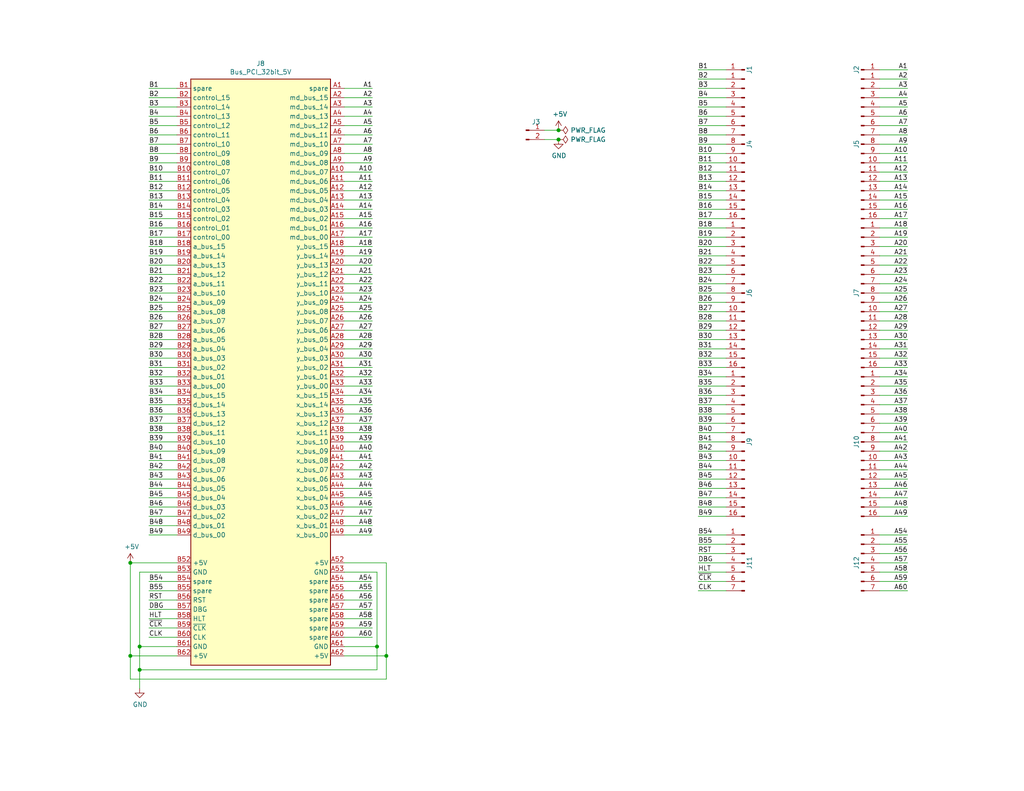
<source format=kicad_sch>
(kicad_sch (version 20211123) (generator eeschema)

  (uuid 8ca3e20d-bcc7-4c5e-9deb-562dfed9fecb)

  (paper "A")

  (title_block
    (title "Interconnect Break Out Board")
    (date "2020-11-30")
    (rev "1.0")
  )

  (lib_symbols
    (symbol "Connector:Conn_01x01_Male" (pin_names (offset 1.016) hide) (in_bom yes) (on_board yes)
      (property "Reference" "J" (id 0) (at 0 2.54 0)
        (effects (font (size 1.27 1.27)))
      )
      (property "Value" "Conn_01x01_Male" (id 1) (at 0 -2.54 0)
        (effects (font (size 1.27 1.27)))
      )
      (property "Footprint" "" (id 2) (at 0 0 0)
        (effects (font (size 1.27 1.27)) hide)
      )
      (property "Datasheet" "~" (id 3) (at 0 0 0)
        (effects (font (size 1.27 1.27)) hide)
      )
      (property "ki_keywords" "connector" (id 4) (at 0 0 0)
        (effects (font (size 1.27 1.27)) hide)
      )
      (property "ki_description" "Generic connector, single row, 01x01, script generated (kicad-library-utils/schlib/autogen/connector/)" (id 5) (at 0 0 0)
        (effects (font (size 1.27 1.27)) hide)
      )
      (property "ki_fp_filters" "Connector*:*" (id 6) (at 0 0 0)
        (effects (font (size 1.27 1.27)) hide)
      )
      (symbol "Conn_01x01_Male_1_1"
        (polyline
          (pts
            (xy 1.27 0)
            (xy 0.8636 0)
          )
          (stroke (width 0.1524) (type default) (color 0 0 0 0))
          (fill (type none))
        )
        (rectangle (start 0.8636 0.127) (end 0 -0.127)
          (stroke (width 0.1524) (type default) (color 0 0 0 0))
          (fill (type outline))
        )
        (pin passive line (at 5.08 0 180) (length 3.81)
          (name "Pin_1" (effects (font (size 1.27 1.27))))
          (number "1" (effects (font (size 1.27 1.27))))
        )
      )
    )
    (symbol "Connector:Conn_01x02_Male" (pin_names (offset 1.016) hide) (in_bom yes) (on_board yes)
      (property "Reference" "J" (id 0) (at 0 2.54 0)
        (effects (font (size 1.27 1.27)))
      )
      (property "Value" "Conn_01x02_Male" (id 1) (at 0 -5.08 0)
        (effects (font (size 1.27 1.27)))
      )
      (property "Footprint" "" (id 2) (at 0 0 0)
        (effects (font (size 1.27 1.27)) hide)
      )
      (property "Datasheet" "~" (id 3) (at 0 0 0)
        (effects (font (size 1.27 1.27)) hide)
      )
      (property "ki_keywords" "connector" (id 4) (at 0 0 0)
        (effects (font (size 1.27 1.27)) hide)
      )
      (property "ki_description" "Generic connector, single row, 01x02, script generated (kicad-library-utils/schlib/autogen/connector/)" (id 5) (at 0 0 0)
        (effects (font (size 1.27 1.27)) hide)
      )
      (property "ki_fp_filters" "Connector*:*_1x??_*" (id 6) (at 0 0 0)
        (effects (font (size 1.27 1.27)) hide)
      )
      (symbol "Conn_01x02_Male_1_1"
        (polyline
          (pts
            (xy 1.27 -2.54)
            (xy 0.8636 -2.54)
          )
          (stroke (width 0.1524) (type default) (color 0 0 0 0))
          (fill (type none))
        )
        (polyline
          (pts
            (xy 1.27 0)
            (xy 0.8636 0)
          )
          (stroke (width 0.1524) (type default) (color 0 0 0 0))
          (fill (type none))
        )
        (rectangle (start 0.8636 -2.413) (end 0 -2.667)
          (stroke (width 0.1524) (type default) (color 0 0 0 0))
          (fill (type outline))
        )
        (rectangle (start 0.8636 0.127) (end 0 -0.127)
          (stroke (width 0.1524) (type default) (color 0 0 0 0))
          (fill (type outline))
        )
        (pin passive line (at 5.08 0 180) (length 3.81)
          (name "Pin_1" (effects (font (size 1.27 1.27))))
          (number "1" (effects (font (size 1.27 1.27))))
        )
        (pin passive line (at 5.08 -2.54 180) (length 3.81)
          (name "Pin_2" (effects (font (size 1.27 1.27))))
          (number "2" (effects (font (size 1.27 1.27))))
        )
      )
    )
    (symbol "Connector:Conn_01x07_Male" (pin_names (offset 1.016) hide) (in_bom yes) (on_board yes)
      (property "Reference" "J" (id 0) (at 0 10.16 0)
        (effects (font (size 1.27 1.27)))
      )
      (property "Value" "Conn_01x07_Male" (id 1) (at 0 -10.16 0)
        (effects (font (size 1.27 1.27)))
      )
      (property "Footprint" "" (id 2) (at 0 0 0)
        (effects (font (size 1.27 1.27)) hide)
      )
      (property "Datasheet" "~" (id 3) (at 0 0 0)
        (effects (font (size 1.27 1.27)) hide)
      )
      (property "ki_keywords" "connector" (id 4) (at 0 0 0)
        (effects (font (size 1.27 1.27)) hide)
      )
      (property "ki_description" "Generic connector, single row, 01x07, script generated (kicad-library-utils/schlib/autogen/connector/)" (id 5) (at 0 0 0)
        (effects (font (size 1.27 1.27)) hide)
      )
      (property "ki_fp_filters" "Connector*:*_1x??_*" (id 6) (at 0 0 0)
        (effects (font (size 1.27 1.27)) hide)
      )
      (symbol "Conn_01x07_Male_1_1"
        (polyline
          (pts
            (xy 1.27 -7.62)
            (xy 0.8636 -7.62)
          )
          (stroke (width 0.1524) (type default) (color 0 0 0 0))
          (fill (type none))
        )
        (polyline
          (pts
            (xy 1.27 -5.08)
            (xy 0.8636 -5.08)
          )
          (stroke (width 0.1524) (type default) (color 0 0 0 0))
          (fill (type none))
        )
        (polyline
          (pts
            (xy 1.27 -2.54)
            (xy 0.8636 -2.54)
          )
          (stroke (width 0.1524) (type default) (color 0 0 0 0))
          (fill (type none))
        )
        (polyline
          (pts
            (xy 1.27 0)
            (xy 0.8636 0)
          )
          (stroke (width 0.1524) (type default) (color 0 0 0 0))
          (fill (type none))
        )
        (polyline
          (pts
            (xy 1.27 2.54)
            (xy 0.8636 2.54)
          )
          (stroke (width 0.1524) (type default) (color 0 0 0 0))
          (fill (type none))
        )
        (polyline
          (pts
            (xy 1.27 5.08)
            (xy 0.8636 5.08)
          )
          (stroke (width 0.1524) (type default) (color 0 0 0 0))
          (fill (type none))
        )
        (polyline
          (pts
            (xy 1.27 7.62)
            (xy 0.8636 7.62)
          )
          (stroke (width 0.1524) (type default) (color 0 0 0 0))
          (fill (type none))
        )
        (rectangle (start 0.8636 -7.493) (end 0 -7.747)
          (stroke (width 0.1524) (type default) (color 0 0 0 0))
          (fill (type outline))
        )
        (rectangle (start 0.8636 -4.953) (end 0 -5.207)
          (stroke (width 0.1524) (type default) (color 0 0 0 0))
          (fill (type outline))
        )
        (rectangle (start 0.8636 -2.413) (end 0 -2.667)
          (stroke (width 0.1524) (type default) (color 0 0 0 0))
          (fill (type outline))
        )
        (rectangle (start 0.8636 0.127) (end 0 -0.127)
          (stroke (width 0.1524) (type default) (color 0 0 0 0))
          (fill (type outline))
        )
        (rectangle (start 0.8636 2.667) (end 0 2.413)
          (stroke (width 0.1524) (type default) (color 0 0 0 0))
          (fill (type outline))
        )
        (rectangle (start 0.8636 5.207) (end 0 4.953)
          (stroke (width 0.1524) (type default) (color 0 0 0 0))
          (fill (type outline))
        )
        (rectangle (start 0.8636 7.747) (end 0 7.493)
          (stroke (width 0.1524) (type default) (color 0 0 0 0))
          (fill (type outline))
        )
        (pin passive line (at 5.08 7.62 180) (length 3.81)
          (name "Pin_1" (effects (font (size 1.27 1.27))))
          (number "1" (effects (font (size 1.27 1.27))))
        )
        (pin passive line (at 5.08 5.08 180) (length 3.81)
          (name "Pin_2" (effects (font (size 1.27 1.27))))
          (number "2" (effects (font (size 1.27 1.27))))
        )
        (pin passive line (at 5.08 2.54 180) (length 3.81)
          (name "Pin_3" (effects (font (size 1.27 1.27))))
          (number "3" (effects (font (size 1.27 1.27))))
        )
        (pin passive line (at 5.08 0 180) (length 3.81)
          (name "Pin_4" (effects (font (size 1.27 1.27))))
          (number "4" (effects (font (size 1.27 1.27))))
        )
        (pin passive line (at 5.08 -2.54 180) (length 3.81)
          (name "Pin_5" (effects (font (size 1.27 1.27))))
          (number "5" (effects (font (size 1.27 1.27))))
        )
        (pin passive line (at 5.08 -5.08 180) (length 3.81)
          (name "Pin_6" (effects (font (size 1.27 1.27))))
          (number "6" (effects (font (size 1.27 1.27))))
        )
        (pin passive line (at 5.08 -7.62 180) (length 3.81)
          (name "Pin_7" (effects (font (size 1.27 1.27))))
          (number "7" (effects (font (size 1.27 1.27))))
        )
      )
    )
    (symbol "Connector:Conn_01x16_Male" (pin_names (offset 1.016) hide) (in_bom yes) (on_board yes)
      (property "Reference" "J" (id 0) (at 0 20.32 0)
        (effects (font (size 1.27 1.27)))
      )
      (property "Value" "Conn_01x16_Male" (id 1) (at 0 -22.86 0)
        (effects (font (size 1.27 1.27)))
      )
      (property "Footprint" "" (id 2) (at 0 0 0)
        (effects (font (size 1.27 1.27)) hide)
      )
      (property "Datasheet" "~" (id 3) (at 0 0 0)
        (effects (font (size 1.27 1.27)) hide)
      )
      (property "ki_keywords" "connector" (id 4) (at 0 0 0)
        (effects (font (size 1.27 1.27)) hide)
      )
      (property "ki_description" "Generic connector, single row, 01x16, script generated (kicad-library-utils/schlib/autogen/connector/)" (id 5) (at 0 0 0)
        (effects (font (size 1.27 1.27)) hide)
      )
      (property "ki_fp_filters" "Connector*:*_1x??_*" (id 6) (at 0 0 0)
        (effects (font (size 1.27 1.27)) hide)
      )
      (symbol "Conn_01x16_Male_1_1"
        (polyline
          (pts
            (xy 1.27 -20.32)
            (xy 0.8636 -20.32)
          )
          (stroke (width 0.1524) (type default) (color 0 0 0 0))
          (fill (type none))
        )
        (polyline
          (pts
            (xy 1.27 -17.78)
            (xy 0.8636 -17.78)
          )
          (stroke (width 0.1524) (type default) (color 0 0 0 0))
          (fill (type none))
        )
        (polyline
          (pts
            (xy 1.27 -15.24)
            (xy 0.8636 -15.24)
          )
          (stroke (width 0.1524) (type default) (color 0 0 0 0))
          (fill (type none))
        )
        (polyline
          (pts
            (xy 1.27 -12.7)
            (xy 0.8636 -12.7)
          )
          (stroke (width 0.1524) (type default) (color 0 0 0 0))
          (fill (type none))
        )
        (polyline
          (pts
            (xy 1.27 -10.16)
            (xy 0.8636 -10.16)
          )
          (stroke (width 0.1524) (type default) (color 0 0 0 0))
          (fill (type none))
        )
        (polyline
          (pts
            (xy 1.27 -7.62)
            (xy 0.8636 -7.62)
          )
          (stroke (width 0.1524) (type default) (color 0 0 0 0))
          (fill (type none))
        )
        (polyline
          (pts
            (xy 1.27 -5.08)
            (xy 0.8636 -5.08)
          )
          (stroke (width 0.1524) (type default) (color 0 0 0 0))
          (fill (type none))
        )
        (polyline
          (pts
            (xy 1.27 -2.54)
            (xy 0.8636 -2.54)
          )
          (stroke (width 0.1524) (type default) (color 0 0 0 0))
          (fill (type none))
        )
        (polyline
          (pts
            (xy 1.27 0)
            (xy 0.8636 0)
          )
          (stroke (width 0.1524) (type default) (color 0 0 0 0))
          (fill (type none))
        )
        (polyline
          (pts
            (xy 1.27 2.54)
            (xy 0.8636 2.54)
          )
          (stroke (width 0.1524) (type default) (color 0 0 0 0))
          (fill (type none))
        )
        (polyline
          (pts
            (xy 1.27 5.08)
            (xy 0.8636 5.08)
          )
          (stroke (width 0.1524) (type default) (color 0 0 0 0))
          (fill (type none))
        )
        (polyline
          (pts
            (xy 1.27 7.62)
            (xy 0.8636 7.62)
          )
          (stroke (width 0.1524) (type default) (color 0 0 0 0))
          (fill (type none))
        )
        (polyline
          (pts
            (xy 1.27 10.16)
            (xy 0.8636 10.16)
          )
          (stroke (width 0.1524) (type default) (color 0 0 0 0))
          (fill (type none))
        )
        (polyline
          (pts
            (xy 1.27 12.7)
            (xy 0.8636 12.7)
          )
          (stroke (width 0.1524) (type default) (color 0 0 0 0))
          (fill (type none))
        )
        (polyline
          (pts
            (xy 1.27 15.24)
            (xy 0.8636 15.24)
          )
          (stroke (width 0.1524) (type default) (color 0 0 0 0))
          (fill (type none))
        )
        (polyline
          (pts
            (xy 1.27 17.78)
            (xy 0.8636 17.78)
          )
          (stroke (width 0.1524) (type default) (color 0 0 0 0))
          (fill (type none))
        )
        (rectangle (start 0.8636 -20.193) (end 0 -20.447)
          (stroke (width 0.1524) (type default) (color 0 0 0 0))
          (fill (type outline))
        )
        (rectangle (start 0.8636 -17.653) (end 0 -17.907)
          (stroke (width 0.1524) (type default) (color 0 0 0 0))
          (fill (type outline))
        )
        (rectangle (start 0.8636 -15.113) (end 0 -15.367)
          (stroke (width 0.1524) (type default) (color 0 0 0 0))
          (fill (type outline))
        )
        (rectangle (start 0.8636 -12.573) (end 0 -12.827)
          (stroke (width 0.1524) (type default) (color 0 0 0 0))
          (fill (type outline))
        )
        (rectangle (start 0.8636 -10.033) (end 0 -10.287)
          (stroke (width 0.1524) (type default) (color 0 0 0 0))
          (fill (type outline))
        )
        (rectangle (start 0.8636 -7.493) (end 0 -7.747)
          (stroke (width 0.1524) (type default) (color 0 0 0 0))
          (fill (type outline))
        )
        (rectangle (start 0.8636 -4.953) (end 0 -5.207)
          (stroke (width 0.1524) (type default) (color 0 0 0 0))
          (fill (type outline))
        )
        (rectangle (start 0.8636 -2.413) (end 0 -2.667)
          (stroke (width 0.1524) (type default) (color 0 0 0 0))
          (fill (type outline))
        )
        (rectangle (start 0.8636 0.127) (end 0 -0.127)
          (stroke (width 0.1524) (type default) (color 0 0 0 0))
          (fill (type outline))
        )
        (rectangle (start 0.8636 2.667) (end 0 2.413)
          (stroke (width 0.1524) (type default) (color 0 0 0 0))
          (fill (type outline))
        )
        (rectangle (start 0.8636 5.207) (end 0 4.953)
          (stroke (width 0.1524) (type default) (color 0 0 0 0))
          (fill (type outline))
        )
        (rectangle (start 0.8636 7.747) (end 0 7.493)
          (stroke (width 0.1524) (type default) (color 0 0 0 0))
          (fill (type outline))
        )
        (rectangle (start 0.8636 10.287) (end 0 10.033)
          (stroke (width 0.1524) (type default) (color 0 0 0 0))
          (fill (type outline))
        )
        (rectangle (start 0.8636 12.827) (end 0 12.573)
          (stroke (width 0.1524) (type default) (color 0 0 0 0))
          (fill (type outline))
        )
        (rectangle (start 0.8636 15.367) (end 0 15.113)
          (stroke (width 0.1524) (type default) (color 0 0 0 0))
          (fill (type outline))
        )
        (rectangle (start 0.8636 17.907) (end 0 17.653)
          (stroke (width 0.1524) (type default) (color 0 0 0 0))
          (fill (type outline))
        )
        (pin passive line (at 5.08 17.78 180) (length 3.81)
          (name "Pin_1" (effects (font (size 1.27 1.27))))
          (number "1" (effects (font (size 1.27 1.27))))
        )
        (pin passive line (at 5.08 -5.08 180) (length 3.81)
          (name "Pin_10" (effects (font (size 1.27 1.27))))
          (number "10" (effects (font (size 1.27 1.27))))
        )
        (pin passive line (at 5.08 -7.62 180) (length 3.81)
          (name "Pin_11" (effects (font (size 1.27 1.27))))
          (number "11" (effects (font (size 1.27 1.27))))
        )
        (pin passive line (at 5.08 -10.16 180) (length 3.81)
          (name "Pin_12" (effects (font (size 1.27 1.27))))
          (number "12" (effects (font (size 1.27 1.27))))
        )
        (pin passive line (at 5.08 -12.7 180) (length 3.81)
          (name "Pin_13" (effects (font (size 1.27 1.27))))
          (number "13" (effects (font (size 1.27 1.27))))
        )
        (pin passive line (at 5.08 -15.24 180) (length 3.81)
          (name "Pin_14" (effects (font (size 1.27 1.27))))
          (number "14" (effects (font (size 1.27 1.27))))
        )
        (pin passive line (at 5.08 -17.78 180) (length 3.81)
          (name "Pin_15" (effects (font (size 1.27 1.27))))
          (number "15" (effects (font (size 1.27 1.27))))
        )
        (pin passive line (at 5.08 -20.32 180) (length 3.81)
          (name "Pin_16" (effects (font (size 1.27 1.27))))
          (number "16" (effects (font (size 1.27 1.27))))
        )
        (pin passive line (at 5.08 15.24 180) (length 3.81)
          (name "Pin_2" (effects (font (size 1.27 1.27))))
          (number "2" (effects (font (size 1.27 1.27))))
        )
        (pin passive line (at 5.08 12.7 180) (length 3.81)
          (name "Pin_3" (effects (font (size 1.27 1.27))))
          (number "3" (effects (font (size 1.27 1.27))))
        )
        (pin passive line (at 5.08 10.16 180) (length 3.81)
          (name "Pin_4" (effects (font (size 1.27 1.27))))
          (number "4" (effects (font (size 1.27 1.27))))
        )
        (pin passive line (at 5.08 7.62 180) (length 3.81)
          (name "Pin_5" (effects (font (size 1.27 1.27))))
          (number "5" (effects (font (size 1.27 1.27))))
        )
        (pin passive line (at 5.08 5.08 180) (length 3.81)
          (name "Pin_6" (effects (font (size 1.27 1.27))))
          (number "6" (effects (font (size 1.27 1.27))))
        )
        (pin passive line (at 5.08 2.54 180) (length 3.81)
          (name "Pin_7" (effects (font (size 1.27 1.27))))
          (number "7" (effects (font (size 1.27 1.27))))
        )
        (pin passive line (at 5.08 0 180) (length 3.81)
          (name "Pin_8" (effects (font (size 1.27 1.27))))
          (number "8" (effects (font (size 1.27 1.27))))
        )
        (pin passive line (at 5.08 -2.54 180) (length 3.81)
          (name "Pin_9" (effects (font (size 1.27 1.27))))
          (number "9" (effects (font (size 1.27 1.27))))
        )
      )
    )
    (symbol "cpu_custom_symbols:Bus_PCI_32bit_5V" (in_bom yes) (on_board yes)
      (property "Reference" "J" (id 0) (at 0 80.01 0)
        (effects (font (size 1.27 1.27)))
      )
      (property "Value" "Bus_PCI_32bit_5V" (id 1) (at 0 -82.55 0)
        (effects (font (size 1.27 1.27)))
      )
      (property "Footprint" "" (id 2) (at 0 -1.27 0)
        (effects (font (size 1.27 1.27)) hide)
      )
      (property "Datasheet" "http://pinouts.ru/Slots/PCI_pinout.shtml" (id 3) (at 0 -1.27 0)
        (effects (font (size 1.27 1.27)) hide)
      )
      (property "ki_keywords" "PCI 5V" (id 4) (at 0 0 0)
        (effects (font (size 1.27 1.27)) hide)
      )
      (property "ki_description" "PCI bus connector for 5V cards" (id 5) (at 0 0 0)
        (effects (font (size 1.27 1.27)) hide)
      )
      (symbol "Bus_PCI_32bit_5V_0_1"
        (rectangle (start -19.05 -81.28) (end 19.05 78.74)
          (stroke (width 0.254) (type default) (color 0 0 0 0))
          (fill (type background))
        )
      )
      (symbol "Bus_PCI_32bit_5V_1_1"
        (pin passive line (at 22.86 76.2 180) (length 3.81)
          (name "spare" (effects (font (size 1.27 1.27))))
          (number "A1" (effects (font (size 1.27 1.27))))
        )
        (pin passive line (at 22.86 53.34 180) (length 3.81)
          (name "md_bus_07" (effects (font (size 1.27 1.27))))
          (number "A10" (effects (font (size 1.27 1.27))))
        )
        (pin passive line (at 22.86 50.8 180) (length 3.81)
          (name "md_bus_06" (effects (font (size 1.27 1.27))))
          (number "A11" (effects (font (size 1.27 1.27))))
        )
        (pin passive line (at 22.86 48.26 180) (length 3.81)
          (name "md_bus_05" (effects (font (size 1.27 1.27))))
          (number "A12" (effects (font (size 1.27 1.27))))
        )
        (pin passive line (at 22.86 45.72 180) (length 3.81)
          (name "md_bus_04" (effects (font (size 1.27 1.27))))
          (number "A13" (effects (font (size 1.27 1.27))))
        )
        (pin passive line (at 22.86 43.18 180) (length 3.81)
          (name "md_bus_03" (effects (font (size 1.27 1.27))))
          (number "A14" (effects (font (size 1.27 1.27))))
        )
        (pin passive line (at 22.86 40.64 180) (length 3.81)
          (name "md_bus_02" (effects (font (size 1.27 1.27))))
          (number "A15" (effects (font (size 1.27 1.27))))
        )
        (pin passive line (at 22.86 38.1 180) (length 3.81)
          (name "md_bus_01" (effects (font (size 1.27 1.27))))
          (number "A16" (effects (font (size 1.27 1.27))))
        )
        (pin passive line (at 22.86 35.56 180) (length 3.81)
          (name "md_bus_00" (effects (font (size 1.27 1.27))))
          (number "A17" (effects (font (size 1.27 1.27))))
        )
        (pin passive line (at 22.86 33.02 180) (length 3.81)
          (name "y_bus_15" (effects (font (size 1.27 1.27))))
          (number "A18" (effects (font (size 1.27 1.27))))
        )
        (pin passive line (at 22.86 30.48 180) (length 3.81)
          (name "y_bus_14" (effects (font (size 1.27 1.27))))
          (number "A19" (effects (font (size 1.27 1.27))))
        )
        (pin passive line (at 22.86 73.66 180) (length 3.81)
          (name "md_bus_15" (effects (font (size 1.27 1.27))))
          (number "A2" (effects (font (size 1.27 1.27))))
        )
        (pin passive line (at 22.86 27.94 180) (length 3.81)
          (name "y_bus_13" (effects (font (size 1.27 1.27))))
          (number "A20" (effects (font (size 1.27 1.27))))
        )
        (pin passive line (at 22.86 25.4 180) (length 3.81)
          (name "y_bus_12" (effects (font (size 1.27 1.27))))
          (number "A21" (effects (font (size 1.27 1.27))))
        )
        (pin passive line (at 22.86 22.86 180) (length 3.81)
          (name "y_bus_11" (effects (font (size 1.27 1.27))))
          (number "A22" (effects (font (size 1.27 1.27))))
        )
        (pin passive line (at 22.86 20.32 180) (length 3.81)
          (name "y_bus_10" (effects (font (size 1.27 1.27))))
          (number "A23" (effects (font (size 1.27 1.27))))
        )
        (pin passive line (at 22.86 17.78 180) (length 3.81)
          (name "y_bus_09" (effects (font (size 1.27 1.27))))
          (number "A24" (effects (font (size 1.27 1.27))))
        )
        (pin passive line (at 22.86 15.24 180) (length 3.81)
          (name "y_bus_08" (effects (font (size 1.27 1.27))))
          (number "A25" (effects (font (size 1.27 1.27))))
        )
        (pin passive line (at 22.86 12.7 180) (length 3.81)
          (name "y_bus_07" (effects (font (size 1.27 1.27))))
          (number "A26" (effects (font (size 1.27 1.27))))
        )
        (pin passive line (at 22.86 10.16 180) (length 3.81)
          (name "y_bus_06" (effects (font (size 1.27 1.27))))
          (number "A27" (effects (font (size 1.27 1.27))))
        )
        (pin passive line (at 22.86 7.62 180) (length 3.81)
          (name "y_bus_05" (effects (font (size 1.27 1.27))))
          (number "A28" (effects (font (size 1.27 1.27))))
        )
        (pin passive line (at 22.86 5.08 180) (length 3.81)
          (name "y_bus_04" (effects (font (size 1.27 1.27))))
          (number "A29" (effects (font (size 1.27 1.27))))
        )
        (pin passive line (at 22.86 71.12 180) (length 3.81)
          (name "md_bus_14" (effects (font (size 1.27 1.27))))
          (number "A3" (effects (font (size 1.27 1.27))))
        )
        (pin passive line (at 22.86 2.54 180) (length 3.81)
          (name "y_bus_03" (effects (font (size 1.27 1.27))))
          (number "A30" (effects (font (size 1.27 1.27))))
        )
        (pin passive line (at 22.86 0 180) (length 3.81)
          (name "y_bus_02" (effects (font (size 1.27 1.27))))
          (number "A31" (effects (font (size 1.27 1.27))))
        )
        (pin passive line (at 22.86 -2.54 180) (length 3.81)
          (name "y_bus_01" (effects (font (size 1.27 1.27))))
          (number "A32" (effects (font (size 1.27 1.27))))
        )
        (pin passive line (at 22.86 -5.08 180) (length 3.81)
          (name "y_bus_00" (effects (font (size 1.27 1.27))))
          (number "A33" (effects (font (size 1.27 1.27))))
        )
        (pin passive line (at 22.86 -7.62 180) (length 3.81)
          (name "x_bus_15" (effects (font (size 1.27 1.27))))
          (number "A34" (effects (font (size 1.27 1.27))))
        )
        (pin passive line (at 22.86 -10.16 180) (length 3.81)
          (name "x_bus_14" (effects (font (size 1.27 1.27))))
          (number "A35" (effects (font (size 1.27 1.27))))
        )
        (pin passive line (at 22.86 -12.7 180) (length 3.81)
          (name "x_bus_13" (effects (font (size 1.27 1.27))))
          (number "A36" (effects (font (size 1.27 1.27))))
        )
        (pin passive line (at 22.86 -15.24 180) (length 3.81)
          (name "x_bus_12" (effects (font (size 1.27 1.27))))
          (number "A37" (effects (font (size 1.27 1.27))))
        )
        (pin passive line (at 22.86 -17.78 180) (length 3.81)
          (name "x_bus_11" (effects (font (size 1.27 1.27))))
          (number "A38" (effects (font (size 1.27 1.27))))
        )
        (pin passive line (at 22.86 -20.32 180) (length 3.81)
          (name "x_bus_10" (effects (font (size 1.27 1.27))))
          (number "A39" (effects (font (size 1.27 1.27))))
        )
        (pin passive line (at 22.86 68.58 180) (length 3.81)
          (name "md_bus_13" (effects (font (size 1.27 1.27))))
          (number "A4" (effects (font (size 1.27 1.27))))
        )
        (pin passive line (at 22.86 -22.86 180) (length 3.81)
          (name "x_bus_09" (effects (font (size 1.27 1.27))))
          (number "A40" (effects (font (size 1.27 1.27))))
        )
        (pin passive line (at 22.86 -25.4 180) (length 3.81)
          (name "x_bus_08" (effects (font (size 1.27 1.27))))
          (number "A41" (effects (font (size 1.27 1.27))))
        )
        (pin passive line (at 22.86 -27.94 180) (length 3.81)
          (name "x_bus_07" (effects (font (size 1.27 1.27))))
          (number "A42" (effects (font (size 1.27 1.27))))
        )
        (pin passive line (at 22.86 -30.48 180) (length 3.81)
          (name "x_bus_06" (effects (font (size 1.27 1.27))))
          (number "A43" (effects (font (size 1.27 1.27))))
        )
        (pin passive line (at 22.86 -33.02 180) (length 3.81)
          (name "x_bus_05" (effects (font (size 1.27 1.27))))
          (number "A44" (effects (font (size 1.27 1.27))))
        )
        (pin passive line (at 22.86 -35.56 180) (length 3.81)
          (name "x_bus_04" (effects (font (size 1.27 1.27))))
          (number "A45" (effects (font (size 1.27 1.27))))
        )
        (pin passive line (at 22.86 -38.1 180) (length 3.81)
          (name "x_bus_03" (effects (font (size 1.27 1.27))))
          (number "A46" (effects (font (size 1.27 1.27))))
        )
        (pin passive line (at 22.86 -40.64 180) (length 3.81)
          (name "x_bus_02" (effects (font (size 1.27 1.27))))
          (number "A47" (effects (font (size 1.27 1.27))))
        )
        (pin passive line (at 22.86 -43.18 180) (length 3.81)
          (name "x_bus_01" (effects (font (size 1.27 1.27))))
          (number "A48" (effects (font (size 1.27 1.27))))
        )
        (pin passive line (at 22.86 -45.72 180) (length 3.81)
          (name "x_bus_00" (effects (font (size 1.27 1.27))))
          (number "A49" (effects (font (size 1.27 1.27))))
        )
        (pin passive line (at 22.86 66.04 180) (length 3.81)
          (name "md_bus_12" (effects (font (size 1.27 1.27))))
          (number "A5" (effects (font (size 1.27 1.27))))
        )
        (pin passive line (at 22.86 -53.34 180) (length 3.81)
          (name "+5V" (effects (font (size 1.27 1.27))))
          (number "A52" (effects (font (size 1.27 1.27))))
        )
        (pin passive line (at 22.86 -55.88 180) (length 3.81)
          (name "GND" (effects (font (size 1.27 1.27))))
          (number "A53" (effects (font (size 1.27 1.27))))
        )
        (pin passive line (at 22.86 -58.42 180) (length 3.81)
          (name "spare" (effects (font (size 1.27 1.27))))
          (number "A54" (effects (font (size 1.27 1.27))))
        )
        (pin passive line (at 22.86 -60.96 180) (length 3.81)
          (name "spare" (effects (font (size 1.27 1.27))))
          (number "A55" (effects (font (size 1.27 1.27))))
        )
        (pin passive line (at 22.86 -63.5 180) (length 3.81)
          (name "spare" (effects (font (size 1.27 1.27))))
          (number "A56" (effects (font (size 1.27 1.27))))
        )
        (pin passive line (at 22.86 -66.04 180) (length 3.81)
          (name "spare" (effects (font (size 1.27 1.27))))
          (number "A57" (effects (font (size 1.27 1.27))))
        )
        (pin passive line (at 22.86 -68.58 180) (length 3.81)
          (name "spare" (effects (font (size 1.27 1.27))))
          (number "A58" (effects (font (size 1.27 1.27))))
        )
        (pin passive line (at 22.86 -71.12 180) (length 3.81)
          (name "spare" (effects (font (size 1.27 1.27))))
          (number "A59" (effects (font (size 1.27 1.27))))
        )
        (pin passive line (at 22.86 63.5 180) (length 3.81)
          (name "md_bus_11" (effects (font (size 1.27 1.27))))
          (number "A6" (effects (font (size 1.27 1.27))))
        )
        (pin passive line (at 22.86 -73.66 180) (length 3.81)
          (name "spare" (effects (font (size 1.27 1.27))))
          (number "A60" (effects (font (size 1.27 1.27))))
        )
        (pin passive line (at 22.86 -76.2 180) (length 3.81)
          (name "GND" (effects (font (size 1.27 1.27))))
          (number "A61" (effects (font (size 1.27 1.27))))
        )
        (pin passive line (at 22.86 -78.74 180) (length 3.81)
          (name "+5V" (effects (font (size 1.27 1.27))))
          (number "A62" (effects (font (size 1.27 1.27))))
        )
        (pin passive line (at 22.86 60.96 180) (length 3.81)
          (name "md_bus_10" (effects (font (size 1.27 1.27))))
          (number "A7" (effects (font (size 1.27 1.27))))
        )
        (pin passive line (at 22.86 58.42 180) (length 3.81)
          (name "md_bus_09" (effects (font (size 1.27 1.27))))
          (number "A8" (effects (font (size 1.27 1.27))))
        )
        (pin passive line (at 22.86 55.88 180) (length 3.81)
          (name "md_bus_08" (effects (font (size 1.27 1.27))))
          (number "A9" (effects (font (size 1.27 1.27))))
        )
        (pin passive line (at -22.86 76.2 0) (length 3.81)
          (name "spare" (effects (font (size 1.27 1.27))))
          (number "B1" (effects (font (size 1.27 1.27))))
        )
        (pin passive line (at -22.86 53.34 0) (length 3.81)
          (name "control_07" (effects (font (size 1.27 1.27))))
          (number "B10" (effects (font (size 1.27 1.27))))
        )
        (pin passive line (at -22.86 50.8 0) (length 3.81)
          (name "control_06" (effects (font (size 1.27 1.27))))
          (number "B11" (effects (font (size 1.27 1.27))))
        )
        (pin passive line (at -22.86 48.26 0) (length 3.81)
          (name "control_05" (effects (font (size 1.27 1.27))))
          (number "B12" (effects (font (size 1.27 1.27))))
        )
        (pin passive line (at -22.86 45.72 0) (length 3.81)
          (name "control_04" (effects (font (size 1.27 1.27))))
          (number "B13" (effects (font (size 1.27 1.27))))
        )
        (pin passive line (at -22.86 43.18 0) (length 3.81)
          (name "control_03" (effects (font (size 1.27 1.27))))
          (number "B14" (effects (font (size 1.27 1.27))))
        )
        (pin passive line (at -22.86 40.64 0) (length 3.81)
          (name "control_02" (effects (font (size 1.27 1.27))))
          (number "B15" (effects (font (size 1.27 1.27))))
        )
        (pin passive line (at -22.86 38.1 0) (length 3.81)
          (name "control_01" (effects (font (size 1.27 1.27))))
          (number "B16" (effects (font (size 1.27 1.27))))
        )
        (pin passive line (at -22.86 35.56 0) (length 3.81)
          (name "control_00" (effects (font (size 1.27 1.27))))
          (number "B17" (effects (font (size 1.27 1.27))))
        )
        (pin passive line (at -22.86 33.02 0) (length 3.81)
          (name "a_bus_15" (effects (font (size 1.27 1.27))))
          (number "B18" (effects (font (size 1.27 1.27))))
        )
        (pin passive line (at -22.86 30.48 0) (length 3.81)
          (name "a_bus_14" (effects (font (size 1.27 1.27))))
          (number "B19" (effects (font (size 1.27 1.27))))
        )
        (pin passive line (at -22.86 73.66 0) (length 3.81)
          (name "control_15" (effects (font (size 1.27 1.27))))
          (number "B2" (effects (font (size 1.27 1.27))))
        )
        (pin passive line (at -22.86 27.94 0) (length 3.81)
          (name "a_bus_13" (effects (font (size 1.27 1.27))))
          (number "B20" (effects (font (size 1.27 1.27))))
        )
        (pin passive line (at -22.86 25.4 0) (length 3.81)
          (name "a_bus_12" (effects (font (size 1.27 1.27))))
          (number "B21" (effects (font (size 1.27 1.27))))
        )
        (pin passive line (at -22.86 22.86 0) (length 3.81)
          (name "a_bus_11" (effects (font (size 1.27 1.27))))
          (number "B22" (effects (font (size 1.27 1.27))))
        )
        (pin passive line (at -22.86 20.32 0) (length 3.81)
          (name "a_bus_10" (effects (font (size 1.27 1.27))))
          (number "B23" (effects (font (size 1.27 1.27))))
        )
        (pin passive line (at -22.86 17.78 0) (length 3.81)
          (name "a_bus_09" (effects (font (size 1.27 1.27))))
          (number "B24" (effects (font (size 1.27 1.27))))
        )
        (pin passive line (at -22.86 15.24 0) (length 3.81)
          (name "a_bus_08" (effects (font (size 1.27 1.27))))
          (number "B25" (effects (font (size 1.27 1.27))))
        )
        (pin passive line (at -22.86 12.7 0) (length 3.81)
          (name "a_bus_07" (effects (font (size 1.27 1.27))))
          (number "B26" (effects (font (size 1.27 1.27))))
        )
        (pin passive line (at -22.86 10.16 0) (length 3.81)
          (name "a_bus_06" (effects (font (size 1.27 1.27))))
          (number "B27" (effects (font (size 1.27 1.27))))
        )
        (pin passive line (at -22.86 7.62 0) (length 3.81)
          (name "a_bus_05" (effects (font (size 1.27 1.27))))
          (number "B28" (effects (font (size 1.27 1.27))))
        )
        (pin passive line (at -22.86 5.08 0) (length 3.81)
          (name "a_bus_04" (effects (font (size 1.27 1.27))))
          (number "B29" (effects (font (size 1.27 1.27))))
        )
        (pin passive line (at -22.86 71.12 0) (length 3.81)
          (name "control_14" (effects (font (size 1.27 1.27))))
          (number "B3" (effects (font (size 1.27 1.27))))
        )
        (pin passive line (at -22.86 2.54 0) (length 3.81)
          (name "a_bus_03" (effects (font (size 1.27 1.27))))
          (number "B30" (effects (font (size 1.27 1.27))))
        )
        (pin passive line (at -22.86 0 0) (length 3.81)
          (name "a_bus_02" (effects (font (size 1.27 1.27))))
          (number "B31" (effects (font (size 1.27 1.27))))
        )
        (pin passive line (at -22.86 -2.54 0) (length 3.81)
          (name "a_bus_01" (effects (font (size 1.27 1.27))))
          (number "B32" (effects (font (size 1.27 1.27))))
        )
        (pin passive line (at -22.86 -5.08 0) (length 3.81)
          (name "a_bus_00" (effects (font (size 1.27 1.27))))
          (number "B33" (effects (font (size 1.27 1.27))))
        )
        (pin passive line (at -22.86 -7.62 0) (length 3.81)
          (name "d_bus_15" (effects (font (size 1.27 1.27))))
          (number "B34" (effects (font (size 1.27 1.27))))
        )
        (pin passive line (at -22.86 -10.16 0) (length 3.81)
          (name "d_bus_14" (effects (font (size 1.27 1.27))))
          (number "B35" (effects (font (size 1.27 1.27))))
        )
        (pin passive line (at -22.86 -12.7 0) (length 3.81)
          (name "d_bus_13" (effects (font (size 1.27 1.27))))
          (number "B36" (effects (font (size 1.27 1.27))))
        )
        (pin passive line (at -22.86 -15.24 0) (length 3.81)
          (name "d_bus_12" (effects (font (size 1.27 1.27))))
          (number "B37" (effects (font (size 1.27 1.27))))
        )
        (pin passive line (at -22.86 -17.78 0) (length 3.81)
          (name "d_bus_11" (effects (font (size 1.27 1.27))))
          (number "B38" (effects (font (size 1.27 1.27))))
        )
        (pin passive line (at -22.86 -20.32 0) (length 3.81)
          (name "d_bus_10" (effects (font (size 1.27 1.27))))
          (number "B39" (effects (font (size 1.27 1.27))))
        )
        (pin passive line (at -22.86 68.58 0) (length 3.81)
          (name "control_13" (effects (font (size 1.27 1.27))))
          (number "B4" (effects (font (size 1.27 1.27))))
        )
        (pin passive line (at -22.86 -22.86 0) (length 3.81)
          (name "d_bus_09" (effects (font (size 1.27 1.27))))
          (number "B40" (effects (font (size 1.27 1.27))))
        )
        (pin passive line (at -22.86 -25.4 0) (length 3.81)
          (name "d_bus_08" (effects (font (size 1.27 1.27))))
          (number "B41" (effects (font (size 1.27 1.27))))
        )
        (pin passive line (at -22.86 -27.94 0) (length 3.81)
          (name "d_bus_07" (effects (font (size 1.27 1.27))))
          (number "B42" (effects (font (size 1.27 1.27))))
        )
        (pin passive line (at -22.86 -30.48 0) (length 3.81)
          (name "d_bus_06" (effects (font (size 1.27 1.27))))
          (number "B43" (effects (font (size 1.27 1.27))))
        )
        (pin passive line (at -22.86 -33.02 0) (length 3.81)
          (name "d_bus_05" (effects (font (size 1.27 1.27))))
          (number "B44" (effects (font (size 1.27 1.27))))
        )
        (pin passive line (at -22.86 -35.56 0) (length 3.81)
          (name "d_bus_04" (effects (font (size 1.27 1.27))))
          (number "B45" (effects (font (size 1.27 1.27))))
        )
        (pin passive line (at -22.86 -38.1 0) (length 3.81)
          (name "d_bus_03" (effects (font (size 1.27 1.27))))
          (number "B46" (effects (font (size 1.27 1.27))))
        )
        (pin passive line (at -22.86 -40.64 0) (length 3.81)
          (name "d_bus_02" (effects (font (size 1.27 1.27))))
          (number "B47" (effects (font (size 1.27 1.27))))
        )
        (pin passive line (at -22.86 -43.18 0) (length 3.81)
          (name "d_bus_01" (effects (font (size 1.27 1.27))))
          (number "B48" (effects (font (size 1.27 1.27))))
        )
        (pin passive line (at -22.86 -45.72 0) (length 3.81)
          (name "d_bus_00" (effects (font (size 1.27 1.27))))
          (number "B49" (effects (font (size 1.27 1.27))))
        )
        (pin passive line (at -22.86 66.04 0) (length 3.81)
          (name "control_12" (effects (font (size 1.27 1.27))))
          (number "B5" (effects (font (size 1.27 1.27))))
        )
        (pin passive line (at -22.86 -53.34 0) (length 3.81)
          (name "+5V" (effects (font (size 1.27 1.27))))
          (number "B52" (effects (font (size 1.27 1.27))))
        )
        (pin passive line (at -22.86 -55.88 0) (length 3.81)
          (name "GND" (effects (font (size 1.27 1.27))))
          (number "B53" (effects (font (size 1.27 1.27))))
        )
        (pin passive line (at -22.86 -58.42 0) (length 3.81)
          (name "spare" (effects (font (size 1.27 1.27))))
          (number "B54" (effects (font (size 1.27 1.27))))
        )
        (pin passive line (at -22.86 -60.96 0) (length 3.81)
          (name "spare" (effects (font (size 1.27 1.27))))
          (number "B55" (effects (font (size 1.27 1.27))))
        )
        (pin passive line (at -22.86 -63.5 0) (length 3.81)
          (name "RST" (effects (font (size 1.27 1.27))))
          (number "B56" (effects (font (size 1.27 1.27))))
        )
        (pin passive line (at -22.86 -66.04 0) (length 3.81)
          (name "DBG" (effects (font (size 1.27 1.27))))
          (number "B57" (effects (font (size 1.27 1.27))))
        )
        (pin passive line (at -22.86 -68.58 0) (length 3.81)
          (name "HLT" (effects (font (size 1.27 1.27))))
          (number "B58" (effects (font (size 1.27 1.27))))
        )
        (pin passive line (at -22.86 -71.12 0) (length 3.81)
          (name "~{CLK}" (effects (font (size 1.27 1.27))))
          (number "B59" (effects (font (size 1.27 1.27))))
        )
        (pin passive line (at -22.86 63.5 0) (length 3.81)
          (name "control_11" (effects (font (size 1.27 1.27))))
          (number "B6" (effects (font (size 1.27 1.27))))
        )
        (pin passive line (at -22.86 -73.66 0) (length 3.81)
          (name "CLK" (effects (font (size 1.27 1.27))))
          (number "B60" (effects (font (size 1.27 1.27))))
        )
        (pin passive line (at -22.86 -76.2 0) (length 3.81)
          (name "GND" (effects (font (size 1.27 1.27))))
          (number "B61" (effects (font (size 1.27 1.27))))
        )
        (pin passive line (at -22.86 -78.74 0) (length 3.81)
          (name "+5V" (effects (font (size 1.27 1.27))))
          (number "B62" (effects (font (size 1.27 1.27))))
        )
        (pin passive line (at -22.86 60.96 0) (length 3.81)
          (name "control_10" (effects (font (size 1.27 1.27))))
          (number "B7" (effects (font (size 1.27 1.27))))
        )
        (pin passive line (at -22.86 58.42 0) (length 3.81)
          (name "control_09" (effects (font (size 1.27 1.27))))
          (number "B8" (effects (font (size 1.27 1.27))))
        )
        (pin passive line (at -22.86 55.88 0) (length 3.81)
          (name "control_08" (effects (font (size 1.27 1.27))))
          (number "B9" (effects (font (size 1.27 1.27))))
        )
      )
    )
    (symbol "power:+5V" (power) (pin_names (offset 0)) (in_bom yes) (on_board yes)
      (property "Reference" "#PWR" (id 0) (at 0 -3.81 0)
        (effects (font (size 1.27 1.27)) hide)
      )
      (property "Value" "+5V" (id 1) (at 0 3.556 0)
        (effects (font (size 1.27 1.27)))
      )
      (property "Footprint" "" (id 2) (at 0 0 0)
        (effects (font (size 1.27 1.27)) hide)
      )
      (property "Datasheet" "" (id 3) (at 0 0 0)
        (effects (font (size 1.27 1.27)) hide)
      )
      (property "ki_keywords" "power-flag" (id 4) (at 0 0 0)
        (effects (font (size 1.27 1.27)) hide)
      )
      (property "ki_description" "Power symbol creates a global label with name \"+5V\"" (id 5) (at 0 0 0)
        (effects (font (size 1.27 1.27)) hide)
      )
      (symbol "+5V_0_1"
        (polyline
          (pts
            (xy -0.762 1.27)
            (xy 0 2.54)
          )
          (stroke (width 0) (type default) (color 0 0 0 0))
          (fill (type none))
        )
        (polyline
          (pts
            (xy 0 0)
            (xy 0 2.54)
          )
          (stroke (width 0) (type default) (color 0 0 0 0))
          (fill (type none))
        )
        (polyline
          (pts
            (xy 0 2.54)
            (xy 0.762 1.27)
          )
          (stroke (width 0) (type default) (color 0 0 0 0))
          (fill (type none))
        )
      )
      (symbol "+5V_1_1"
        (pin power_in line (at 0 0 90) (length 0) hide
          (name "+5V" (effects (font (size 1.27 1.27))))
          (number "1" (effects (font (size 1.27 1.27))))
        )
      )
    )
    (symbol "power:GND" (power) (pin_names (offset 0)) (in_bom yes) (on_board yes)
      (property "Reference" "#PWR" (id 0) (at 0 -6.35 0)
        (effects (font (size 1.27 1.27)) hide)
      )
      (property "Value" "GND" (id 1) (at 0 -3.81 0)
        (effects (font (size 1.27 1.27)))
      )
      (property "Footprint" "" (id 2) (at 0 0 0)
        (effects (font (size 1.27 1.27)) hide)
      )
      (property "Datasheet" "" (id 3) (at 0 0 0)
        (effects (font (size 1.27 1.27)) hide)
      )
      (property "ki_keywords" "power-flag" (id 4) (at 0 0 0)
        (effects (font (size 1.27 1.27)) hide)
      )
      (property "ki_description" "Power symbol creates a global label with name \"GND\" , ground" (id 5) (at 0 0 0)
        (effects (font (size 1.27 1.27)) hide)
      )
      (symbol "GND_0_1"
        (polyline
          (pts
            (xy 0 0)
            (xy 0 -1.27)
            (xy 1.27 -1.27)
            (xy 0 -2.54)
            (xy -1.27 -1.27)
            (xy 0 -1.27)
          )
          (stroke (width 0) (type default) (color 0 0 0 0))
          (fill (type none))
        )
      )
      (symbol "GND_1_1"
        (pin power_in line (at 0 0 270) (length 0) hide
          (name "GND" (effects (font (size 1.27 1.27))))
          (number "1" (effects (font (size 1.27 1.27))))
        )
      )
    )
    (symbol "power:PWR_FLAG" (power) (pin_numbers hide) (pin_names (offset 0) hide) (in_bom yes) (on_board yes)
      (property "Reference" "#FLG" (id 0) (at 0 1.905 0)
        (effects (font (size 1.27 1.27)) hide)
      )
      (property "Value" "PWR_FLAG" (id 1) (at 0 3.81 0)
        (effects (font (size 1.27 1.27)))
      )
      (property "Footprint" "" (id 2) (at 0 0 0)
        (effects (font (size 1.27 1.27)) hide)
      )
      (property "Datasheet" "~" (id 3) (at 0 0 0)
        (effects (font (size 1.27 1.27)) hide)
      )
      (property "ki_keywords" "power-flag" (id 4) (at 0 0 0)
        (effects (font (size 1.27 1.27)) hide)
      )
      (property "ki_description" "Special symbol for telling ERC where power comes from" (id 5) (at 0 0 0)
        (effects (font (size 1.27 1.27)) hide)
      )
      (symbol "PWR_FLAG_0_0"
        (pin power_out line (at 0 0 90) (length 0)
          (name "pwr" (effects (font (size 1.27 1.27))))
          (number "1" (effects (font (size 1.27 1.27))))
        )
      )
      (symbol "PWR_FLAG_0_1"
        (polyline
          (pts
            (xy 0 0)
            (xy 0 1.27)
            (xy -1.016 1.905)
            (xy 0 2.54)
            (xy 1.016 1.905)
            (xy 0 1.27)
          )
          (stroke (width 0) (type default) (color 0 0 0 0))
          (fill (type none))
        )
      )
    )
  )

  (junction (at 38.1 176.53) (diameter 0) (color 0 0 0 0)
    (uuid 0ae82096-0994-4fb0-9a2a-d4ac4804abac)
  )
  (junction (at 105.41 179.07) (diameter 0) (color 0 0 0 0)
    (uuid 0f324b67-75ef-407f-8dbc-3c1fc5c2abba)
  )
  (junction (at 102.87 176.53) (diameter 0) (color 0 0 0 0)
    (uuid 0fdc6f30-77bc-4e9b-8665-c8aa9acf5bf9)
  )
  (junction (at 152.4 35.56) (diameter 0) (color 0 0 0 0)
    (uuid 501880c3-8633-456f-9add-0e8fa1932ba6)
  )
  (junction (at 35.56 153.67) (diameter 0) (color 0 0 0 0)
    (uuid 9f80220c-1612-4589-b9ca-a5579617bdb8)
  )
  (junction (at 38.1 182.88) (diameter 0) (color 0 0 0 0)
    (uuid a7531a95-7ca1-4f34-955e-18120cec99e6)
  )
  (junction (at 35.56 179.07) (diameter 0) (color 0 0 0 0)
    (uuid d2d7bea6-0c22-495f-8666-323b30e03150)
  )
  (junction (at 152.4 38.1) (diameter 0) (color 0 0 0 0)
    (uuid f9b1563b-384a-447c-9f47-736504e995c8)
  )

  (wire (pts (xy 247.65 69.85) (xy 240.03 69.85))
    (stroke (width 0) (type default) (color 0 0 0 0))
    (uuid 009b5465-0a65-4237-93e7-eb65321eeb18)
  )
  (wire (pts (xy 247.65 39.37) (xy 240.03 39.37))
    (stroke (width 0) (type default) (color 0 0 0 0))
    (uuid 00e38d63-5436-49db-81f5-697421f168fc)
  )
  (wire (pts (xy 101.6 64.77) (xy 93.98 64.77))
    (stroke (width 0) (type default) (color 0 0 0 0))
    (uuid 0325ec43-0390-4ae2-b055-b1ec6ce17b1c)
  )
  (wire (pts (xy 48.26 120.65) (xy 40.64 120.65))
    (stroke (width 0) (type default) (color 0 0 0 0))
    (uuid 0351df45-d042-41d4-ba35-88092c7be2fc)
  )
  (wire (pts (xy 105.41 179.07) (xy 93.98 179.07))
    (stroke (width 0) (type default) (color 0 0 0 0))
    (uuid 03c7f780-fc1b-487a-b30d-567d6c09fdc8)
  )
  (wire (pts (xy 48.26 24.13) (xy 40.64 24.13))
    (stroke (width 0) (type default) (color 0 0 0 0))
    (uuid 03caada9-9e22-4e2d-9035-b15433dfbb17)
  )
  (wire (pts (xy 198.12 120.65) (xy 190.5 120.65))
    (stroke (width 0) (type default) (color 0 0 0 0))
    (uuid 04cf2f2c-74bf-400d-b4f6-201720df00ed)
  )
  (wire (pts (xy 247.65 64.77) (xy 240.03 64.77))
    (stroke (width 0) (type default) (color 0 0 0 0))
    (uuid 0520f61d-4522-4301-a3fa-8ed0bf060f69)
  )
  (wire (pts (xy 101.6 62.23) (xy 93.98 62.23))
    (stroke (width 0) (type default) (color 0 0 0 0))
    (uuid 057af6bb-cf6f-4bfb-b0c0-2e92a2c09a47)
  )
  (wire (pts (xy 101.6 105.41) (xy 93.98 105.41))
    (stroke (width 0) (type default) (color 0 0 0 0))
    (uuid 071522c0-d0ed-49b9-906e-6295f67fb0dc)
  )
  (wire (pts (xy 48.26 49.53) (xy 40.64 49.53))
    (stroke (width 0) (type default) (color 0 0 0 0))
    (uuid 0755aee5-bc01-4cb5-b830-583289df50a3)
  )
  (wire (pts (xy 247.65 21.59) (xy 240.03 21.59))
    (stroke (width 0) (type default) (color 0 0 0 0))
    (uuid 088f77ba-fca9-42b3-876e-a6937267f957)
  )
  (wire (pts (xy 48.26 156.21) (xy 38.1 156.21))
    (stroke (width 0) (type default) (color 0 0 0 0))
    (uuid 0cc45b5b-96b3-4284-9cae-a3a9e324a916)
  )
  (wire (pts (xy 48.26 125.73) (xy 40.64 125.73))
    (stroke (width 0) (type default) (color 0 0 0 0))
    (uuid 0e1ed1c5-7428-4dc7-b76e-49b2d5f8177d)
  )
  (wire (pts (xy 198.12 130.81) (xy 190.5 130.81))
    (stroke (width 0) (type default) (color 0 0 0 0))
    (uuid 0fafc6b9-fd35-4a55-9270-7a8e7ce3cb13)
  )
  (wire (pts (xy 198.12 24.13) (xy 190.5 24.13))
    (stroke (width 0) (type default) (color 0 0 0 0))
    (uuid 0fd35a3e-b394-4aae-875a-fac843f9cbb7)
  )
  (wire (pts (xy 48.26 26.67) (xy 40.64 26.67))
    (stroke (width 0) (type default) (color 0 0 0 0))
    (uuid 0ff508fd-18da-4ab7-9844-3c8a28c2587e)
  )
  (wire (pts (xy 101.6 171.45) (xy 93.98 171.45))
    (stroke (width 0) (type default) (color 0 0 0 0))
    (uuid 109caac1-5036-4f23-9a66-f569d871501b)
  )
  (wire (pts (xy 247.65 123.19) (xy 240.03 123.19))
    (stroke (width 0) (type default) (color 0 0 0 0))
    (uuid 1171ce37-6ad7-4662-bb68-5592c945ebf3)
  )
  (wire (pts (xy 198.12 148.59) (xy 190.5 148.59))
    (stroke (width 0) (type default) (color 0 0 0 0))
    (uuid 1241b7f2-e266-4f5c-8a97-9f0f9d0eef37)
  )
  (wire (pts (xy 198.12 138.43) (xy 190.5 138.43))
    (stroke (width 0) (type default) (color 0 0 0 0))
    (uuid 12a24e86-2c38-4685-bba9-fff8dddb4cb0)
  )
  (wire (pts (xy 247.65 59.69) (xy 240.03 59.69))
    (stroke (width 0) (type default) (color 0 0 0 0))
    (uuid 143ed874-a01f-4ced-ba4e-bbb66ddd1f70)
  )
  (wire (pts (xy 48.26 166.37) (xy 40.64 166.37))
    (stroke (width 0) (type default) (color 0 0 0 0))
    (uuid 15fe8f3d-6077-4e0e-81d0-8ec3f4538981)
  )
  (wire (pts (xy 247.65 105.41) (xy 240.03 105.41))
    (stroke (width 0) (type default) (color 0 0 0 0))
    (uuid 16121028-bdf5-49c0-aae7-e28fe5bfa771)
  )
  (wire (pts (xy 48.26 77.47) (xy 40.64 77.47))
    (stroke (width 0) (type default) (color 0 0 0 0))
    (uuid 16a9ae8c-3ad2-439b-8efe-377c994670c7)
  )
  (wire (pts (xy 48.26 57.15) (xy 40.64 57.15))
    (stroke (width 0) (type default) (color 0 0 0 0))
    (uuid 16bd6381-8ac0-4bf2-9dce-ecc20c724b8d)
  )
  (wire (pts (xy 247.65 138.43) (xy 240.03 138.43))
    (stroke (width 0) (type default) (color 0 0 0 0))
    (uuid 180245d9-4a3f-4d1b-adcc-b4eafac722e0)
  )
  (wire (pts (xy 48.26 87.63) (xy 40.64 87.63))
    (stroke (width 0) (type default) (color 0 0 0 0))
    (uuid 182b2d54-931d-49d6-9f39-60a752623e36)
  )
  (wire (pts (xy 101.6 161.29) (xy 93.98 161.29))
    (stroke (width 0) (type default) (color 0 0 0 0))
    (uuid 18b7e157-ae67-48ad-bd7c-9fef6fe45b22)
  )
  (wire (pts (xy 48.26 100.33) (xy 40.64 100.33))
    (stroke (width 0) (type default) (color 0 0 0 0))
    (uuid 19c56563-5fe3-442a-885b-418dbc2421eb)
  )
  (wire (pts (xy 48.26 146.05) (xy 40.64 146.05))
    (stroke (width 0) (type default) (color 0 0 0 0))
    (uuid 1e518c2a-4cb7-4599-a1fa-5b9f847da7d3)
  )
  (wire (pts (xy 35.56 179.07) (xy 35.56 153.67))
    (stroke (width 0) (type default) (color 0 0 0 0))
    (uuid 1f8b2c0c-b042-4e2e-80f6-4959a27b238f)
  )
  (wire (pts (xy 198.12 41.91) (xy 190.5 41.91))
    (stroke (width 0) (type default) (color 0 0 0 0))
    (uuid 1f9ae101-c652-4998-a503-17aedf3d5746)
  )
  (wire (pts (xy 247.65 34.29) (xy 240.03 34.29))
    (stroke (width 0) (type default) (color 0 0 0 0))
    (uuid 1fa508ef-df83-4c99-846b-9acf535b3ad9)
  )
  (wire (pts (xy 247.65 133.35) (xy 240.03 133.35))
    (stroke (width 0) (type default) (color 0 0 0 0))
    (uuid 1fbb0219-551e-409b-a61b-76e8cebdfb9d)
  )
  (wire (pts (xy 198.12 97.79) (xy 190.5 97.79))
    (stroke (width 0) (type default) (color 0 0 0 0))
    (uuid 2035ea48-3ef5-4d7f-8c3c-50981b30c89a)
  )
  (wire (pts (xy 101.6 92.71) (xy 93.98 92.71))
    (stroke (width 0) (type default) (color 0 0 0 0))
    (uuid 20cca02e-4c4d-4961-b6b4-b40a1731b220)
  )
  (wire (pts (xy 101.6 80.01) (xy 93.98 80.01))
    (stroke (width 0) (type default) (color 0 0 0 0))
    (uuid 22999e73-da32-43a5-9163-4b3a41614f25)
  )
  (wire (pts (xy 101.6 87.63) (xy 93.98 87.63))
    (stroke (width 0) (type default) (color 0 0 0 0))
    (uuid 240c10af-51b5-420e-a6f4-a2c8f5db1db5)
  )
  (wire (pts (xy 247.65 115.57) (xy 240.03 115.57))
    (stroke (width 0) (type default) (color 0 0 0 0))
    (uuid 2454fd1b-3484-4838-8b7e-d26357238fe1)
  )
  (wire (pts (xy 101.6 135.89) (xy 93.98 135.89))
    (stroke (width 0) (type default) (color 0 0 0 0))
    (uuid 25e5aa8e-2696-44a3-8d3c-c2c53f2923cf)
  )
  (wire (pts (xy 48.26 110.49) (xy 40.64 110.49))
    (stroke (width 0) (type default) (color 0 0 0 0))
    (uuid 275aa44a-b61f-489f-9e2a-819a0fe0d1eb)
  )
  (wire (pts (xy 198.12 118.11) (xy 190.5 118.11))
    (stroke (width 0) (type default) (color 0 0 0 0))
    (uuid 2878a73c-5447-4cd9-8194-14f52ab9459c)
  )
  (wire (pts (xy 247.65 140.97) (xy 240.03 140.97))
    (stroke (width 0) (type default) (color 0 0 0 0))
    (uuid 28e37b45-f843-47c2-85c9-ca19f5430ece)
  )
  (wire (pts (xy 101.6 44.45) (xy 93.98 44.45))
    (stroke (width 0) (type default) (color 0 0 0 0))
    (uuid 29195ea4-8218-44a1-b4bf-466bee0082e4)
  )
  (wire (pts (xy 198.12 52.07) (xy 190.5 52.07))
    (stroke (width 0) (type default) (color 0 0 0 0))
    (uuid 29bb7297-26fb-4776-9266-2355d022bab0)
  )
  (wire (pts (xy 198.12 153.67) (xy 190.5 153.67))
    (stroke (width 0) (type default) (color 0 0 0 0))
    (uuid 2b5a9ad3-7ec4-447d-916c-47adf5f9674f)
  )
  (wire (pts (xy 48.26 128.27) (xy 40.64 128.27))
    (stroke (width 0) (type default) (color 0 0 0 0))
    (uuid 2d67a417-188f-4014-9282-000265d80009)
  )
  (wire (pts (xy 48.26 90.17) (xy 40.64 90.17))
    (stroke (width 0) (type default) (color 0 0 0 0))
    (uuid 2dc272bd-3aa2-45b5-889d-1d3c8aac80f8)
  )
  (wire (pts (xy 101.6 57.15) (xy 93.98 57.15))
    (stroke (width 0) (type default) (color 0 0 0 0))
    (uuid 2e842263-c0ba-46fd-a760-6624d4c78278)
  )
  (wire (pts (xy 198.12 95.25) (xy 190.5 95.25))
    (stroke (width 0) (type default) (color 0 0 0 0))
    (uuid 2e90e294-82e1-45da-9bf1-b91dfe0dc8f6)
  )
  (wire (pts (xy 101.6 54.61) (xy 93.98 54.61))
    (stroke (width 0) (type default) (color 0 0 0 0))
    (uuid 309b3bff-19c8-41ec-a84d-63399c649f46)
  )
  (wire (pts (xy 48.26 161.29) (xy 40.64 161.29))
    (stroke (width 0) (type default) (color 0 0 0 0))
    (uuid 35a9f71f-ba35-47f6-814e-4106ac36c51e)
  )
  (wire (pts (xy 198.12 140.97) (xy 190.5 140.97))
    (stroke (width 0) (type default) (color 0 0 0 0))
    (uuid 35ef9c4a-35f6-467b-a704-b1d9354880cf)
  )
  (wire (pts (xy 198.12 54.61) (xy 190.5 54.61))
    (stroke (width 0) (type default) (color 0 0 0 0))
    (uuid 36d783e7-096f-4c97-9672-7e08c083b87b)
  )
  (wire (pts (xy 48.26 115.57) (xy 40.64 115.57))
    (stroke (width 0) (type default) (color 0 0 0 0))
    (uuid 37e8181c-a81e-498b-b2e2-0aef0c391059)
  )
  (wire (pts (xy 101.6 39.37) (xy 93.98 39.37))
    (stroke (width 0) (type default) (color 0 0 0 0))
    (uuid 382ca670-6ae8-4de6-90f9-f241d1337171)
  )
  (wire (pts (xy 247.65 41.91) (xy 240.03 41.91))
    (stroke (width 0) (type default) (color 0 0 0 0))
    (uuid 38a501e2-0ee8-439d-bd02-e9e90e7503e9)
  )
  (wire (pts (xy 247.65 36.83) (xy 240.03 36.83))
    (stroke (width 0) (type default) (color 0 0 0 0))
    (uuid 399fc36a-ed5d-44b5-82f7-c6f83d9acc14)
  )
  (wire (pts (xy 247.65 146.05) (xy 240.03 146.05))
    (stroke (width 0) (type default) (color 0 0 0 0))
    (uuid 3c5e5ea9-793d-46e3-86bc-5884c4490dc7)
  )
  (wire (pts (xy 198.12 135.89) (xy 190.5 135.89))
    (stroke (width 0) (type default) (color 0 0 0 0))
    (uuid 3e0392c0-affc-4114-9de5-1f1cfe79418a)
  )
  (wire (pts (xy 198.12 31.75) (xy 190.5 31.75))
    (stroke (width 0) (type default) (color 0 0 0 0))
    (uuid 3e915099-a18e-49f4-89bb-abe64c2dade5)
  )
  (wire (pts (xy 101.6 34.29) (xy 93.98 34.29))
    (stroke (width 0) (type default) (color 0 0 0 0))
    (uuid 3fd54105-4b7e-4004-9801-76ec66108a22)
  )
  (wire (pts (xy 38.1 182.88) (xy 38.1 176.53))
    (stroke (width 0) (type default) (color 0 0 0 0))
    (uuid 4107d40a-e5df-4255-aacc-13f9928e090c)
  )
  (wire (pts (xy 198.12 21.59) (xy 190.5 21.59))
    (stroke (width 0) (type default) (color 0 0 0 0))
    (uuid 4185c36c-c66e-4dbd-be5d-841e551f4885)
  )
  (wire (pts (xy 198.12 67.31) (xy 190.5 67.31))
    (stroke (width 0) (type default) (color 0 0 0 0))
    (uuid 42ff012d-5eb7-42b9-bb45-415cf26799c6)
  )
  (wire (pts (xy 247.65 125.73) (xy 240.03 125.73))
    (stroke (width 0) (type default) (color 0 0 0 0))
    (uuid 43707e99-bdd7-4b02-9974-540ed6c2b0aa)
  )
  (wire (pts (xy 101.6 59.69) (xy 93.98 59.69))
    (stroke (width 0) (type default) (color 0 0 0 0))
    (uuid 4632212f-13ce-4392-bc68-ccb9ba333770)
  )
  (wire (pts (xy 48.26 130.81) (xy 40.64 130.81))
    (stroke (width 0) (type default) (color 0 0 0 0))
    (uuid 477311b9-8f81-40c8-9c55-fd87e287247a)
  )
  (wire (pts (xy 38.1 176.53) (xy 48.26 176.53))
    (stroke (width 0) (type default) (color 0 0 0 0))
    (uuid 4a850cb6-bb24-4274-a902-e49f34f0a0e3)
  )
  (wire (pts (xy 247.65 156.21) (xy 240.03 156.21))
    (stroke (width 0) (type default) (color 0 0 0 0))
    (uuid 4d4fecdd-be4a-47e9-9085-2268d5852d8f)
  )
  (wire (pts (xy 247.65 80.01) (xy 240.03 80.01))
    (stroke (width 0) (type default) (color 0 0 0 0))
    (uuid 4d586a18-26c5-441e-a9ff-8125ee516126)
  )
  (wire (pts (xy 247.65 102.87) (xy 240.03 102.87))
    (stroke (width 0) (type default) (color 0 0 0 0))
    (uuid 4db55cb8-197b-4402-871f-ce582b65664b)
  )
  (wire (pts (xy 198.12 90.17) (xy 190.5 90.17))
    (stroke (width 0) (type default) (color 0 0 0 0))
    (uuid 4e27930e-1827-4788-aa6b-487321d46602)
  )
  (wire (pts (xy 247.65 153.67) (xy 240.03 153.67))
    (stroke (width 0) (type default) (color 0 0 0 0))
    (uuid 4ec618ae-096f-4256-9328-005ee04f13d6)
  )
  (wire (pts (xy 48.26 59.69) (xy 40.64 59.69))
    (stroke (width 0) (type default) (color 0 0 0 0))
    (uuid 4f66b314-0f62-4fb6-8c3c-f9c6a75cd3ec)
  )
  (wire (pts (xy 101.6 107.95) (xy 93.98 107.95))
    (stroke (width 0) (type default) (color 0 0 0 0))
    (uuid 4fa10683-33cd-4dcd-8acc-2415cd63c62a)
  )
  (wire (pts (xy 198.12 59.69) (xy 190.5 59.69))
    (stroke (width 0) (type default) (color 0 0 0 0))
    (uuid 57276367-9ce4-4738-88d7-6e8cb94c966c)
  )
  (wire (pts (xy 101.6 67.31) (xy 93.98 67.31))
    (stroke (width 0) (type default) (color 0 0 0 0))
    (uuid 576c6616-e95d-4f1e-8ead-dea30fcdc8c2)
  )
  (wire (pts (xy 48.26 107.95) (xy 40.64 107.95))
    (stroke (width 0) (type default) (color 0 0 0 0))
    (uuid 57c0c267-8bf9-4cc7-b734-d71a239ac313)
  )
  (wire (pts (xy 101.6 90.17) (xy 93.98 90.17))
    (stroke (width 0) (type default) (color 0 0 0 0))
    (uuid 592f25e6-a01b-47fd-8172-3da01117d00a)
  )
  (wire (pts (xy 198.12 85.09) (xy 190.5 85.09))
    (stroke (width 0) (type default) (color 0 0 0 0))
    (uuid 593b8647-0095-46cc-ba23-3cf2a86edb5e)
  )
  (wire (pts (xy 101.6 97.79) (xy 93.98 97.79))
    (stroke (width 0) (type default) (color 0 0 0 0))
    (uuid 597a11f2-5d2c-4a65-ac95-38ad106e1367)
  )
  (wire (pts (xy 101.6 100.33) (xy 93.98 100.33))
    (stroke (width 0) (type default) (color 0 0 0 0))
    (uuid 59ec3156-036e-4049-89db-91a9dd07095f)
  )
  (wire (pts (xy 198.12 62.23) (xy 190.5 62.23))
    (stroke (width 0) (type default) (color 0 0 0 0))
    (uuid 5b0a5a46-7b51-4262-a80e-d33dd1806615)
  )
  (wire (pts (xy 101.6 36.83) (xy 93.98 36.83))
    (stroke (width 0) (type default) (color 0 0 0 0))
    (uuid 5cf2db29-f7ab-499a-9907-cdeba64bf0f3)
  )
  (wire (pts (xy 198.12 125.73) (xy 190.5 125.73))
    (stroke (width 0) (type default) (color 0 0 0 0))
    (uuid 5d3d7893-1d11-4f1d-9052-85cf0e07d281)
  )
  (wire (pts (xy 101.6 74.93) (xy 93.98 74.93))
    (stroke (width 0) (type default) (color 0 0 0 0))
    (uuid 5edcefbe-9766-42c8-9529-28d0ec865573)
  )
  (wire (pts (xy 247.65 74.93) (xy 240.03 74.93))
    (stroke (width 0) (type default) (color 0 0 0 0))
    (uuid 60ff6322-62e2-4602-9bc0-7a0f0a5ecfbf)
  )
  (wire (pts (xy 198.12 151.13) (xy 190.5 151.13))
    (stroke (width 0) (type default) (color 0 0 0 0))
    (uuid 6241e6d3-a754-45b6-9f7c-e43019b93226)
  )
  (wire (pts (xy 48.26 135.89) (xy 40.64 135.89))
    (stroke (width 0) (type default) (color 0 0 0 0))
    (uuid 6284122b-79c3-4e04-925e-3d32cc3ec077)
  )
  (wire (pts (xy 198.12 113.03) (xy 190.5 113.03))
    (stroke (width 0) (type default) (color 0 0 0 0))
    (uuid 63c56ea4-91a3-4172-b9de-a4388cc8f894)
  )
  (wire (pts (xy 101.6 82.55) (xy 93.98 82.55))
    (stroke (width 0) (type default) (color 0 0 0 0))
    (uuid 658dad07-97fd-466c-8b49-21892ac96ea4)
  )
  (wire (pts (xy 48.26 36.83) (xy 40.64 36.83))
    (stroke (width 0) (type default) (color 0 0 0 0))
    (uuid 68877d35-b796-44db-9124-b8e744e7412e)
  )
  (wire (pts (xy 101.6 102.87) (xy 93.98 102.87))
    (stroke (width 0) (type default) (color 0 0 0 0))
    (uuid 6a2b20ae-096c-4d9f-92f8-2087c865914f)
  )
  (wire (pts (xy 38.1 156.21) (xy 38.1 176.53))
    (stroke (width 0) (type default) (color 0 0 0 0))
    (uuid 6b7c1048-12b6-46b2-b762-fa3ad30472dd)
  )
  (wire (pts (xy 247.65 107.95) (xy 240.03 107.95))
    (stroke (width 0) (type default) (color 0 0 0 0))
    (uuid 6bd115d6-07e0-45db-8f2e-3cbb0429104f)
  )
  (wire (pts (xy 48.26 41.91) (xy 40.64 41.91))
    (stroke (width 0) (type default) (color 0 0 0 0))
    (uuid 6d26d68f-1ca7-4ff3-b058-272f1c399047)
  )
  (wire (pts (xy 247.65 26.67) (xy 240.03 26.67))
    (stroke (width 0) (type default) (color 0 0 0 0))
    (uuid 6e435cd4-da2b-4602-a0aa-5dd988834dff)
  )
  (wire (pts (xy 247.65 19.05) (xy 240.03 19.05))
    (stroke (width 0) (type default) (color 0 0 0 0))
    (uuid 6f80f798-dc24-438f-a1eb-4ee2936267c8)
  )
  (wire (pts (xy 198.12 46.99) (xy 190.5 46.99))
    (stroke (width 0) (type default) (color 0 0 0 0))
    (uuid 6ffdf05e-e119-49f9-85e9-13e4901df42a)
  )
  (wire (pts (xy 35.56 153.67) (xy 48.26 153.67))
    (stroke (width 0) (type default) (color 0 0 0 0))
    (uuid 700e8b73-5976-423f-a3f3-ab3d9f3e9760)
  )
  (wire (pts (xy 48.26 44.45) (xy 40.64 44.45))
    (stroke (width 0) (type default) (color 0 0 0 0))
    (uuid 70e15522-1572-4451-9c0d-6d36ac70d8c6)
  )
  (wire (pts (xy 198.12 77.47) (xy 190.5 77.47))
    (stroke (width 0) (type default) (color 0 0 0 0))
    (uuid 72508b1f-1505-46cb-9d37-2081c5a12aca)
  )
  (wire (pts (xy 198.12 49.53) (xy 190.5 49.53))
    (stroke (width 0) (type default) (color 0 0 0 0))
    (uuid 72b36951-3ec7-4569-9c88-cf9b4afe1cae)
  )
  (wire (pts (xy 48.26 46.99) (xy 40.64 46.99))
    (stroke (width 0) (type default) (color 0 0 0 0))
    (uuid 7599133e-c681-4202-85d9-c20dac196c64)
  )
  (wire (pts (xy 247.65 130.81) (xy 240.03 130.81))
    (stroke (width 0) (type default) (color 0 0 0 0))
    (uuid 79770cd5-32d7-429a-8248-0d9e6212231a)
  )
  (wire (pts (xy 102.87 176.53) (xy 102.87 156.21))
    (stroke (width 0) (type default) (color 0 0 0 0))
    (uuid 79e31048-072a-4a40-a625-26bb0b5f046b)
  )
  (wire (pts (xy 101.6 24.13) (xy 93.98 24.13))
    (stroke (width 0) (type default) (color 0 0 0 0))
    (uuid 7a4ce4b3-518a-4819-b8b2-5127b3347c64)
  )
  (wire (pts (xy 198.12 82.55) (xy 190.5 82.55))
    (stroke (width 0) (type default) (color 0 0 0 0))
    (uuid 7a74c4b1-6243-4a12-85a2-bc41d346e7aa)
  )
  (wire (pts (xy 101.6 128.27) (xy 93.98 128.27))
    (stroke (width 0) (type default) (color 0 0 0 0))
    (uuid 7afa54c4-2181-41d3-81f7-39efc497ecae)
  )
  (wire (pts (xy 48.26 105.41) (xy 40.64 105.41))
    (stroke (width 0) (type default) (color 0 0 0 0))
    (uuid 7cee474b-af8f-4832-b07a-c43c1ab0b464)
  )
  (wire (pts (xy 198.12 80.01) (xy 190.5 80.01))
    (stroke (width 0) (type default) (color 0 0 0 0))
    (uuid 7d76d925-f900-42af-a03f-bb32d2381b09)
  )
  (wire (pts (xy 101.6 26.67) (xy 93.98 26.67))
    (stroke (width 0) (type default) (color 0 0 0 0))
    (uuid 7e0a03ae-d054-4f76-a131-5c09b8dc1636)
  )
  (wire (pts (xy 198.12 74.93) (xy 190.5 74.93))
    (stroke (width 0) (type default) (color 0 0 0 0))
    (uuid 802c2dc3-ca9f-491e-9d66-7893e89ac34c)
  )
  (wire (pts (xy 35.56 185.42) (xy 105.41 185.42))
    (stroke (width 0) (type default) (color 0 0 0 0))
    (uuid 8195a7cf-4576-44dd-9e0e-ee048fdb93dd)
  )
  (wire (pts (xy 101.6 77.47) (xy 93.98 77.47))
    (stroke (width 0) (type default) (color 0 0 0 0))
    (uuid 81a15393-727e-448b-a777-b18773023d89)
  )
  (wire (pts (xy 152.4 38.1) (xy 148.59 38.1))
    (stroke (width 0) (type default) (color 0 0 0 0))
    (uuid 84d296ba-3d39-4264-ad19-947f90c54396)
  )
  (wire (pts (xy 48.26 140.97) (xy 40.64 140.97))
    (stroke (width 0) (type default) (color 0 0 0 0))
    (uuid 87d7448e-e139-4209-ae0b-372f805267da)
  )
  (wire (pts (xy 101.6 118.11) (xy 93.98 118.11))
    (stroke (width 0) (type default) (color 0 0 0 0))
    (uuid 88668202-3f0b-4d07-84d4-dcd790f57272)
  )
  (wire (pts (xy 198.12 39.37) (xy 190.5 39.37))
    (stroke (width 0) (type default) (color 0 0 0 0))
    (uuid 88cb65f4-7e9e-44eb-8692-3b6e2e788a94)
  )
  (wire (pts (xy 38.1 182.88) (xy 38.1 187.96))
    (stroke (width 0) (type default) (color 0 0 0 0))
    (uuid 88d2c4b8-79f2-4e8b-9f70-b7e0ed9c70f8)
  )
  (wire (pts (xy 48.26 64.77) (xy 40.64 64.77))
    (stroke (width 0) (type default) (color 0 0 0 0))
    (uuid 8a650ebf-3f78-4ca4-a26b-a5028693e36d)
  )
  (wire (pts (xy 198.12 128.27) (xy 190.5 128.27))
    (stroke (width 0) (type default) (color 0 0 0 0))
    (uuid 8b290a17-6328-4178-9131-29524d345539)
  )
  (wire (pts (xy 101.6 110.49) (xy 93.98 110.49))
    (stroke (width 0) (type default) (color 0 0 0 0))
    (uuid 8bc2c25a-a1f1-4ce8-b96a-a4f8f4c35079)
  )
  (wire (pts (xy 101.6 173.99) (xy 93.98 173.99))
    (stroke (width 0) (type default) (color 0 0 0 0))
    (uuid 8c1605f9-6c91-4701-96bf-e753661d5e23)
  )
  (wire (pts (xy 101.6 31.75) (xy 93.98 31.75))
    (stroke (width 0) (type default) (color 0 0 0 0))
    (uuid 8d0c1d66-35ef-4a53-a28f-436a11b54f42)
  )
  (wire (pts (xy 48.26 118.11) (xy 40.64 118.11))
    (stroke (width 0) (type default) (color 0 0 0 0))
    (uuid 8d9a3ecc-539f-41da-8099-d37cea9c28e7)
  )
  (wire (pts (xy 247.65 158.75) (xy 240.03 158.75))
    (stroke (width 0) (type default) (color 0 0 0 0))
    (uuid 8de2d84c-ff45-4d4f-bc49-c166f6ae6b91)
  )
  (wire (pts (xy 247.65 31.75) (xy 240.03 31.75))
    (stroke (width 0) (type default) (color 0 0 0 0))
    (uuid 8fc062a7-114d-48eb-a8f8-71128838f380)
  )
  (wire (pts (xy 247.65 62.23) (xy 240.03 62.23))
    (stroke (width 0) (type default) (color 0 0 0 0))
    (uuid 8fcec304-c6b1-4655-8326-beacd0476953)
  )
  (wire (pts (xy 247.65 95.25) (xy 240.03 95.25))
    (stroke (width 0) (type default) (color 0 0 0 0))
    (uuid 9186dae5-6dc3-4744-9f90-e697559c6ac8)
  )
  (wire (pts (xy 101.6 29.21) (xy 93.98 29.21))
    (stroke (width 0) (type default) (color 0 0 0 0))
    (uuid 9193c41e-d425-447d-b95c-6986d66ea01c)
  )
  (wire (pts (xy 101.6 120.65) (xy 93.98 120.65))
    (stroke (width 0) (type default) (color 0 0 0 0))
    (uuid 91c1eb0a-67ae-4ef0-95ce-d060a03a7313)
  )
  (wire (pts (xy 198.12 107.95) (xy 190.5 107.95))
    (stroke (width 0) (type default) (color 0 0 0 0))
    (uuid 9286cf02-1563-41d2-9931-c192c33bab31)
  )
  (wire (pts (xy 48.26 69.85) (xy 40.64 69.85))
    (stroke (width 0) (type default) (color 0 0 0 0))
    (uuid 965308c8-e014-459a-b9db-b8493a601c62)
  )
  (wire (pts (xy 198.12 69.85) (xy 190.5 69.85))
    (stroke (width 0) (type default) (color 0 0 0 0))
    (uuid 96de0051-7945-413a-9219-1ab367546962)
  )
  (wire (pts (xy 48.26 133.35) (xy 40.64 133.35))
    (stroke (width 0) (type default) (color 0 0 0 0))
    (uuid 994b6220-4755-4d84-91b3-6122ac1c2c5e)
  )
  (wire (pts (xy 247.65 87.63) (xy 240.03 87.63))
    (stroke (width 0) (type default) (color 0 0 0 0))
    (uuid 997c2f12-73ba-4c01-9ee0-42e37cbab790)
  )
  (wire (pts (xy 101.6 163.83) (xy 93.98 163.83))
    (stroke (width 0) (type default) (color 0 0 0 0))
    (uuid 998b7fa5-31a5-472e-9572-49d5226d6098)
  )
  (wire (pts (xy 247.65 135.89) (xy 240.03 135.89))
    (stroke (width 0) (type default) (color 0 0 0 0))
    (uuid 99dfa524-0366-4808-b4e8-328fc38e8656)
  )
  (wire (pts (xy 247.65 24.13) (xy 240.03 24.13))
    (stroke (width 0) (type default) (color 0 0 0 0))
    (uuid 9a0b74a5-4879-4b51-8e8e-6d85a0107422)
  )
  (wire (pts (xy 198.12 44.45) (xy 190.5 44.45))
    (stroke (width 0) (type default) (color 0 0 0 0))
    (uuid 9a2d648d-863a-4b7b-80f9-d537185c212b)
  )
  (wire (pts (xy 48.26 163.83) (xy 40.64 163.83))
    (stroke (width 0) (type default) (color 0 0 0 0))
    (uuid 9b3c58a7-a9b9-4498-abc0-f9f43e4f0292)
  )
  (wire (pts (xy 198.12 110.49) (xy 190.5 110.49))
    (stroke (width 0) (type default) (color 0 0 0 0))
    (uuid 9b6bb172-1ac4-440a-ac75-c1917d9d59c7)
  )
  (wire (pts (xy 247.65 54.61) (xy 240.03 54.61))
    (stroke (width 0) (type default) (color 0 0 0 0))
    (uuid 9bac9ad3-a7b9-47f0-87c7-d8630653df68)
  )
  (wire (pts (xy 48.26 39.37) (xy 40.64 39.37))
    (stroke (width 0) (type default) (color 0 0 0 0))
    (uuid 9f8381e9-3077-4453-a480-a01ad9c1a940)
  )
  (wire (pts (xy 48.26 138.43) (xy 40.64 138.43))
    (stroke (width 0) (type default) (color 0 0 0 0))
    (uuid a13ab237-8f8d-4e16-8c47-4440653b8534)
  )
  (wire (pts (xy 48.26 85.09) (xy 40.64 85.09))
    (stroke (width 0) (type default) (color 0 0 0 0))
    (uuid a17904b9-135e-4dae-ae20-401c7787de72)
  )
  (wire (pts (xy 247.65 92.71) (xy 240.03 92.71))
    (stroke (width 0) (type default) (color 0 0 0 0))
    (uuid a24ce0e2-fdd3-4e6a-b754-5dee9713dd27)
  )
  (wire (pts (xy 48.26 29.21) (xy 40.64 29.21))
    (stroke (width 0) (type default) (color 0 0 0 0))
    (uuid a27eb049-c992-4f11-a026-1e6a8d9d0160)
  )
  (wire (pts (xy 101.6 95.25) (xy 93.98 95.25))
    (stroke (width 0) (type default) (color 0 0 0 0))
    (uuid a29f8df0-3fae-4edf-8d9c-bd5a875b13e3)
  )
  (wire (pts (xy 101.6 158.75) (xy 93.98 158.75))
    (stroke (width 0) (type default) (color 0 0 0 0))
    (uuid a53767ed-bb28-4f90-abe0-e0ea734812a4)
  )
  (wire (pts (xy 198.12 92.71) (xy 190.5 92.71))
    (stroke (width 0) (type default) (color 0 0 0 0))
    (uuid a5be2cb8-c68d-4180-8412-69a6b4c5b1d4)
  )
  (wire (pts (xy 101.6 69.85) (xy 93.98 69.85))
    (stroke (width 0) (type default) (color 0 0 0 0))
    (uuid a5e521b9-814e-4853-a5ac-f158785c6269)
  )
  (wire (pts (xy 48.26 173.99) (xy 40.64 173.99))
    (stroke (width 0) (type default) (color 0 0 0 0))
    (uuid a6b7df29-bcf8-46a9-b623-7eaac47f5110)
  )
  (wire (pts (xy 101.6 138.43) (xy 93.98 138.43))
    (stroke (width 0) (type default) (color 0 0 0 0))
    (uuid a6ccc556-da88-4006-ae1a-cc35733efef3)
  )
  (wire (pts (xy 198.12 146.05) (xy 190.5 146.05))
    (stroke (width 0) (type default) (color 0 0 0 0))
    (uuid a7f25f41-0b4c-4430-b6cd-b2160b2db099)
  )
  (wire (pts (xy 148.59 35.56) (xy 152.4 35.56))
    (stroke (width 0) (type default) (color 0 0 0 0))
    (uuid a90361cd-254c-4d27-ae1f-9a6c85bafe28)
  )
  (wire (pts (xy 247.65 77.47) (xy 240.03 77.47))
    (stroke (width 0) (type default) (color 0 0 0 0))
    (uuid aa130053-a451-4f12-97f7-3d4d891a5f83)
  )
  (wire (pts (xy 48.26 123.19) (xy 40.64 123.19))
    (stroke (width 0) (type default) (color 0 0 0 0))
    (uuid aa2ea573-3f20-43c1-aa99-1f9c6031a9aa)
  )
  (wire (pts (xy 48.26 67.31) (xy 40.64 67.31))
    (stroke (width 0) (type default) (color 0 0 0 0))
    (uuid abe07c9a-17c3-43b5-b7a6-ae867ac27ea7)
  )
  (wire (pts (xy 198.12 100.33) (xy 190.5 100.33))
    (stroke (width 0) (type default) (color 0 0 0 0))
    (uuid ae0e6b31-27d7-4383-a4fc-7557b0a19382)
  )
  (wire (pts (xy 198.12 123.19) (xy 190.5 123.19))
    (stroke (width 0) (type default) (color 0 0 0 0))
    (uuid aeb03be9-98f0-43f6-9432-1bb35aa04bab)
  )
  (wire (pts (xy 247.65 52.07) (xy 240.03 52.07))
    (stroke (width 0) (type default) (color 0 0 0 0))
    (uuid af347946-e3da-4427-87ab-77b747929f50)
  )
  (wire (pts (xy 247.65 120.65) (xy 240.03 120.65))
    (stroke (width 0) (type default) (color 0 0 0 0))
    (uuid b0271cdd-de22-4bf4-8f55-fc137cfbd4ec)
  )
  (wire (pts (xy 101.6 41.91) (xy 93.98 41.91))
    (stroke (width 0) (type default) (color 0 0 0 0))
    (uuid b0906e10-2fbc-4309-a8b4-6fc4cd1a5490)
  )
  (wire (pts (xy 247.65 82.55) (xy 240.03 82.55))
    (stroke (width 0) (type default) (color 0 0 0 0))
    (uuid b09666f9-12f1-4ee9-8877-2292c94258ca)
  )
  (wire (pts (xy 198.12 102.87) (xy 190.5 102.87))
    (stroke (width 0) (type default) (color 0 0 0 0))
    (uuid b287f145-851e-45cc-b200-e62677b551d5)
  )
  (wire (pts (xy 93.98 176.53) (xy 102.87 176.53))
    (stroke (width 0) (type default) (color 0 0 0 0))
    (uuid b4300db7-1220-431a-b7c3-2edbdf8fa6fc)
  )
  (wire (pts (xy 48.26 113.03) (xy 40.64 113.03))
    (stroke (width 0) (type default) (color 0 0 0 0))
    (uuid b447dbb1-d38e-4a15-93cb-12c25382ea53)
  )
  (wire (pts (xy 198.12 19.05) (xy 190.5 19.05))
    (stroke (width 0) (type default) (color 0 0 0 0))
    (uuid b4833916-7a3e-4498-86fb-ec6d13262ffe)
  )
  (wire (pts (xy 247.65 72.39) (xy 240.03 72.39))
    (stroke (width 0) (type default) (color 0 0 0 0))
    (uuid b52d6ff3-fef1-496e-8dd5-ebb89b6bce6a)
  )
  (wire (pts (xy 101.6 143.51) (xy 93.98 143.51))
    (stroke (width 0) (type default) (color 0 0 0 0))
    (uuid b6135480-ace6-42b2-9c47-856ef57cded1)
  )
  (wire (pts (xy 48.26 74.93) (xy 40.64 74.93))
    (stroke (width 0) (type default) (color 0 0 0 0))
    (uuid b7199d9b-bebb-4100-9ad3-c2bd31e21d65)
  )
  (wire (pts (xy 101.6 133.35) (xy 93.98 133.35))
    (stroke (width 0) (type default) (color 0 0 0 0))
    (uuid b7867831-ef82-4f33-a926-59e5c1c09b91)
  )
  (wire (pts (xy 198.12 161.29) (xy 190.5 161.29))
    (stroke (width 0) (type default) (color 0 0 0 0))
    (uuid b7bf6e08-7978-4190-aff5-c90d967f0f9c)
  )
  (wire (pts (xy 105.41 153.67) (xy 105.41 179.07))
    (stroke (width 0) (type default) (color 0 0 0 0))
    (uuid b873bc5d-a9af-4bd9-afcb-87ce4d417120)
  )
  (wire (pts (xy 102.87 182.88) (xy 38.1 182.88))
    (stroke (width 0) (type default) (color 0 0 0 0))
    (uuid b9bb0e73-161a-4d06-b6eb-a9f66d8a95f5)
  )
  (wire (pts (xy 247.65 67.31) (xy 240.03 67.31))
    (stroke (width 0) (type default) (color 0 0 0 0))
    (uuid bc0dbc57-3ae8-4ce5-a05c-2d6003bba475)
  )
  (wire (pts (xy 48.26 95.25) (xy 40.64 95.25))
    (stroke (width 0) (type default) (color 0 0 0 0))
    (uuid bd065eaf-e495-4837-bdb3-129934de1fc7)
  )
  (wire (pts (xy 198.12 87.63) (xy 190.5 87.63))
    (stroke (width 0) (type default) (color 0 0 0 0))
    (uuid bde95c06-433a-4c03-bc48-e3abcdb4e054)
  )
  (wire (pts (xy 101.6 52.07) (xy 93.98 52.07))
    (stroke (width 0) (type default) (color 0 0 0 0))
    (uuid be645d0f-8568-47a0-a152-e3ddd33563eb)
  )
  (wire (pts (xy 102.87 176.53) (xy 102.87 182.88))
    (stroke (width 0) (type default) (color 0 0 0 0))
    (uuid c04386e0-b49e-4fff-b380-675af13a62cb)
  )
  (wire (pts (xy 101.6 85.09) (xy 93.98 85.09))
    (stroke (width 0) (type default) (color 0 0 0 0))
    (uuid c09938fd-06b9-4771-9f63-2311626243b3)
  )
  (wire (pts (xy 101.6 115.57) (xy 93.98 115.57))
    (stroke (width 0) (type default) (color 0 0 0 0))
    (uuid c106154f-d948-43e5-abfa-e1b96055d91b)
  )
  (wire (pts (xy 101.6 72.39) (xy 93.98 72.39))
    (stroke (width 0) (type default) (color 0 0 0 0))
    (uuid c1c799a0-3c93-493a-9ad7-8a0561bc69ee)
  )
  (wire (pts (xy 198.12 64.77) (xy 190.5 64.77))
    (stroke (width 0) (type default) (color 0 0 0 0))
    (uuid c3b3d7f4-943f-4cff-b180-87ef3e1bcbff)
  )
  (wire (pts (xy 247.65 113.03) (xy 240.03 113.03))
    (stroke (width 0) (type default) (color 0 0 0 0))
    (uuid c3c499b1-9227-4e4b-9982-f9f1aa6203b9)
  )
  (wire (pts (xy 247.65 118.11) (xy 240.03 118.11))
    (stroke (width 0) (type default) (color 0 0 0 0))
    (uuid c514e30c-e48e-4ca5-ab44-8b3afedef1f2)
  )
  (wire (pts (xy 48.26 54.61) (xy 40.64 54.61))
    (stroke (width 0) (type default) (color 0 0 0 0))
    (uuid c5eb1e4c-ce83-470e-8f32-e20ff1f886a3)
  )
  (wire (pts (xy 48.26 158.75) (xy 40.64 158.75))
    (stroke (width 0) (type default) (color 0 0 0 0))
    (uuid c701ee8e-1214-4781-a973-17bef7b6e3eb)
  )
  (wire (pts (xy 102.87 156.21) (xy 93.98 156.21))
    (stroke (width 0) (type default) (color 0 0 0 0))
    (uuid c76d4423-ef1b-4a6f-8176-33d65f2877bb)
  )
  (wire (pts (xy 48.26 102.87) (xy 40.64 102.87))
    (stroke (width 0) (type default) (color 0 0 0 0))
    (uuid c7e7067c-5f5e-48d8-ab59-df26f9b35863)
  )
  (wire (pts (xy 247.65 151.13) (xy 240.03 151.13))
    (stroke (width 0) (type default) (color 0 0 0 0))
    (uuid c8b6b273-3d20-4a46-8069-f6d608563604)
  )
  (wire (pts (xy 247.65 90.17) (xy 240.03 90.17))
    (stroke (width 0) (type default) (color 0 0 0 0))
    (uuid c8fd9dd3-06ad-4146-9239-0065013959ef)
  )
  (wire (pts (xy 101.6 49.53) (xy 93.98 49.53))
    (stroke (width 0) (type default) (color 0 0 0 0))
    (uuid c9667181-b3c7-4b01-b8b4-baa29a9aea63)
  )
  (wire (pts (xy 198.12 57.15) (xy 190.5 57.15))
    (stroke (width 0) (type default) (color 0 0 0 0))
    (uuid c9b9e62d-dede-4d1a-9a05-275614f8bdb2)
  )
  (wire (pts (xy 48.26 62.23) (xy 40.64 62.23))
    (stroke (width 0) (type default) (color 0 0 0 0))
    (uuid ca87f11b-5f48-4b57-8535-68d3ec2fe5a9)
  )
  (wire (pts (xy 48.26 92.71) (xy 40.64 92.71))
    (stroke (width 0) (type default) (color 0 0 0 0))
    (uuid cb24efdd-07c6-4317-9277-131625b065ac)
  )
  (wire (pts (xy 247.65 85.09) (xy 240.03 85.09))
    (stroke (width 0) (type default) (color 0 0 0 0))
    (uuid cc15f583-a41b-43af-ba94-a75455506a96)
  )
  (wire (pts (xy 198.12 158.75) (xy 190.5 158.75))
    (stroke (width 0) (type default) (color 0 0 0 0))
    (uuid ccc4cc25-ac17-45ef-825c-e079951ffb21)
  )
  (wire (pts (xy 247.65 110.49) (xy 240.03 110.49))
    (stroke (width 0) (type default) (color 0 0 0 0))
    (uuid ce72ea62-9343-4a4f-81bf-8ac601f5d005)
  )
  (wire (pts (xy 198.12 105.41) (xy 190.5 105.41))
    (stroke (width 0) (type default) (color 0 0 0 0))
    (uuid cebb9021-66d3-4116-98d4-5e6f3c1552be)
  )
  (wire (pts (xy 101.6 123.19) (xy 93.98 123.19))
    (stroke (width 0) (type default) (color 0 0 0 0))
    (uuid cf386a39-fc62-49dd-8ec5-e044f6bd67ce)
  )
  (wire (pts (xy 101.6 46.99) (xy 93.98 46.99))
    (stroke (width 0) (type default) (color 0 0 0 0))
    (uuid cff34251-839c-4da9-a0ad-85d0fc4e32af)
  )
  (wire (pts (xy 48.26 143.51) (xy 40.64 143.51))
    (stroke (width 0) (type default) (color 0 0 0 0))
    (uuid d0d2eee9-31f6-44fa-8149-ebb4dc2dc0dc)
  )
  (wire (pts (xy 198.12 29.21) (xy 190.5 29.21))
    (stroke (width 0) (type default) (color 0 0 0 0))
    (uuid d3d57924-54a6-421d-a3a0-a044fc909e88)
  )
  (wire (pts (xy 198.12 36.83) (xy 190.5 36.83))
    (stroke (width 0) (type default) (color 0 0 0 0))
    (uuid d4db7f11-8cfe-40d2-b021-b36f05241701)
  )
  (wire (pts (xy 247.65 29.21) (xy 240.03 29.21))
    (stroke (width 0) (type default) (color 0 0 0 0))
    (uuid d69a5fdf-de15-4ec9-94f6-f9ee2f4b69fa)
  )
  (wire (pts (xy 198.12 115.57) (xy 190.5 115.57))
    (stroke (width 0) (type default) (color 0 0 0 0))
    (uuid d7e4abd8-69f5-4706-b12e-898194e5bf56)
  )
  (wire (pts (xy 247.65 49.53) (xy 240.03 49.53))
    (stroke (width 0) (type default) (color 0 0 0 0))
    (uuid d88958ac-68cd-4955-a63f-0eaa329dec86)
  )
  (wire (pts (xy 198.12 156.21) (xy 190.5 156.21))
    (stroke (width 0) (type default) (color 0 0 0 0))
    (uuid da6f4122-0ecc-496f-b0fd-e4abef534976)
  )
  (wire (pts (xy 247.65 148.59) (xy 240.03 148.59))
    (stroke (width 0) (type default) (color 0 0 0 0))
    (uuid dae72997-44fc-4275-b36f-cd70bf46cfba)
  )
  (wire (pts (xy 101.6 140.97) (xy 93.98 140.97))
    (stroke (width 0) (type default) (color 0 0 0 0))
    (uuid dc2801a1-d539-4721-b31f-fe196b9f13df)
  )
  (wire (pts (xy 198.12 133.35) (xy 190.5 133.35))
    (stroke (width 0) (type default) (color 0 0 0 0))
    (uuid dca1d7db-c913-4d73-a2cc-fdc9651eda69)
  )
  (wire (pts (xy 48.26 34.29) (xy 40.64 34.29))
    (stroke (width 0) (type default) (color 0 0 0 0))
    (uuid df32840e-2912-4088-b54c-9a85f64c0265)
  )
  (wire (pts (xy 247.65 161.29) (xy 240.03 161.29))
    (stroke (width 0) (type default) (color 0 0 0 0))
    (uuid e091e263-c616-48ef-a460-465c70218987)
  )
  (wire (pts (xy 35.56 179.07) (xy 35.56 185.42))
    (stroke (width 0) (type default) (color 0 0 0 0))
    (uuid e0f06b5c-de63-4833-a591-ca9e19217a35)
  )
  (wire (pts (xy 48.26 171.45) (xy 40.64 171.45))
    (stroke (width 0) (type default) (color 0 0 0 0))
    (uuid e1535036-5d36-405f-bb86-3819621c4f23)
  )
  (wire (pts (xy 247.65 128.27) (xy 240.03 128.27))
    (stroke (width 0) (type default) (color 0 0 0 0))
    (uuid e17e6c0e-7e5b-43f0-ad48-0a2760b45b04)
  )
  (wire (pts (xy 48.26 97.79) (xy 40.64 97.79))
    (stroke (width 0) (type default) (color 0 0 0 0))
    (uuid e43dbe34-ed17-4e35-a5c7-2f1679b3c415)
  )
  (wire (pts (xy 101.6 146.05) (xy 93.98 146.05))
    (stroke (width 0) (type default) (color 0 0 0 0))
    (uuid e4aa537c-eb9d-4dbb-ac87-fae46af42391)
  )
  (wire (pts (xy 48.26 80.01) (xy 40.64 80.01))
    (stroke (width 0) (type default) (color 0 0 0 0))
    (uuid e4c6fdbb-fdc7-4ad4-a516-240d84cdc120)
  )
  (wire (pts (xy 101.6 166.37) (xy 93.98 166.37))
    (stroke (width 0) (type default) (color 0 0 0 0))
    (uuid e502d1d5-04b0-4d4b-b5c3-8c52d09668e7)
  )
  (wire (pts (xy 48.26 179.07) (xy 35.56 179.07))
    (stroke (width 0) (type default) (color 0 0 0 0))
    (uuid e5203297-b913-4288-a576-12a92185cb52)
  )
  (wire (pts (xy 101.6 130.81) (xy 93.98 130.81))
    (stroke (width 0) (type default) (color 0 0 0 0))
    (uuid e54e5e19-1deb-49a9-8629-617db8e434c0)
  )
  (wire (pts (xy 247.65 46.99) (xy 240.03 46.99))
    (stroke (width 0) (type default) (color 0 0 0 0))
    (uuid e5864fe6-2a71-47f0-90ce-38c3f8901580)
  )
  (wire (pts (xy 48.26 168.91) (xy 40.64 168.91))
    (stroke (width 0) (type default) (color 0 0 0 0))
    (uuid e65b62be-e01b-4688-a999-1d1be370c4ae)
  )
  (wire (pts (xy 101.6 168.91) (xy 93.98 168.91))
    (stroke (width 0) (type default) (color 0 0 0 0))
    (uuid e67b9f8c-019b-4145-98a4-96545f6bb128)
  )
  (wire (pts (xy 48.26 82.55) (xy 40.64 82.55))
    (stroke (width 0) (type default) (color 0 0 0 0))
    (uuid e6b860cc-cb76-4220-acfb-68f1eb348bfa)
  )
  (wire (pts (xy 105.41 185.42) (xy 105.41 179.07))
    (stroke (width 0) (type default) (color 0 0 0 0))
    (uuid e7bb7815-0d52-4bb8-b29a-8cf960bd2905)
  )
  (wire (pts (xy 198.12 26.67) (xy 190.5 26.67))
    (stroke (width 0) (type default) (color 0 0 0 0))
    (uuid ea6fde00-59dc-4a79-a647-7e38199fae0e)
  )
  (wire (pts (xy 101.6 125.73) (xy 93.98 125.73))
    (stroke (width 0) (type default) (color 0 0 0 0))
    (uuid eae0ab9f-65b2-44d3-aba7-873c3227fba7)
  )
  (wire (pts (xy 48.26 52.07) (xy 40.64 52.07))
    (stroke (width 0) (type default) (color 0 0 0 0))
    (uuid ec31c074-17b2-48e1-ab01-071acad3fa04)
  )
  (wire (pts (xy 101.6 113.03) (xy 93.98 113.03))
    (stroke (width 0) (type default) (color 0 0 0 0))
    (uuid eee16674-2d21-45b6-ab5e-d669125df26c)
  )
  (wire (pts (xy 48.26 72.39) (xy 40.64 72.39))
    (stroke (width 0) (type default) (color 0 0 0 0))
    (uuid f3628265-0155-43e2-a467-c40ff783e265)
  )
  (wire (pts (xy 93.98 153.67) (xy 105.41 153.67))
    (stroke (width 0) (type default) (color 0 0 0 0))
    (uuid f7667b23-296e-4362-a7e3-949632c8954b)
  )
  (wire (pts (xy 198.12 72.39) (xy 190.5 72.39))
    (stroke (width 0) (type default) (color 0 0 0 0))
    (uuid f8bd6470-fafd-47f2-8ed5-9449988187ce)
  )
  (wire (pts (xy 198.12 34.29) (xy 190.5 34.29))
    (stroke (width 0) (type default) (color 0 0 0 0))
    (uuid f959907b-1cef-4760-b043-4260a660a2ae)
  )
  (wire (pts (xy 247.65 44.45) (xy 240.03 44.45))
    (stroke (width 0) (type default) (color 0 0 0 0))
    (uuid f9c81c26-f253-4227-a69f-53e64841cfbe)
  )
  (wire (pts (xy 247.65 100.33) (xy 240.03 100.33))
    (stroke (width 0) (type default) (color 0 0 0 0))
    (uuid fa918b6d-f6cf-4471-be3b-4ff713f55a2e)
  )
  (wire (pts (xy 247.65 57.15) (xy 240.03 57.15))
    (stroke (width 0) (type default) (color 0 0 0 0))
    (uuid fd3499d5-6fd2-49a4-bdb0-109cee899fde)
  )
  (wire (pts (xy 247.65 97.79) (xy 240.03 97.79))
    (stroke (width 0) (type default) (color 0 0 0 0))
    (uuid fea7c5d1-76d6-41a0-b5e3-29889dbb8ce0)
  )
  (wire (pts (xy 48.26 31.75) (xy 40.64 31.75))
    (stroke (width 0) (type default) (color 0 0 0 0))
    (uuid ffd175d1-912a-4224-be1e-a8198680f46b)
  )

  (label "B42" (at 190.5 123.19 0)
    (effects (font (size 1.27 1.27)) (justify left bottom))
    (uuid 008da5b9-6f95-4113-b7d0-d93ac62efd33)
  )
  (label "A39" (at 101.6 120.65 180)
    (effects (font (size 1.27 1.27)) (justify right bottom))
    (uuid 009a4fb4-fcc0-4623-ae5d-c1bae3219583)
  )
  (label "A20" (at 247.65 67.31 180)
    (effects (font (size 1.27 1.27)) (justify right bottom))
    (uuid 00f3ea8b-8a54-4e56-84ff-d98f6c00496c)
  )
  (label "B24" (at 190.5 77.47 0)
    (effects (font (size 1.27 1.27)) (justify left bottom))
    (uuid 011ee658-718d-416a-85fd-961729cd1ee5)
  )
  (label "B15" (at 40.64 59.69 0)
    (effects (font (size 1.27 1.27)) (justify left bottom))
    (uuid 01e9b6e7-adf9-4ee7-9447-a588630ee4a2)
  )
  (label "A46" (at 101.6 138.43 180)
    (effects (font (size 1.27 1.27)) (justify right bottom))
    (uuid 065b9982-55f2-4822-977e-07e8a06e7b35)
  )
  (label "A41" (at 247.65 120.65 180)
    (effects (font (size 1.27 1.27)) (justify right bottom))
    (uuid 076046ab-4b56-4060-b8d9-0d80806d0277)
  )
  (label "B43" (at 40.64 130.81 0)
    (effects (font (size 1.27 1.27)) (justify left bottom))
    (uuid 097edb1b-8998-4e70-b670-bba125982348)
  )
  (label "B46" (at 40.64 138.43 0)
    (effects (font (size 1.27 1.27)) (justify left bottom))
    (uuid 099096e4-8c2a-4d84-a16f-06b4b6330e7a)
  )
  (label "B15" (at 190.5 54.61 0)
    (effects (font (size 1.27 1.27)) (justify left bottom))
    (uuid 0a1a4d88-972a-46ce-b25e-6cb796bd41f7)
  )
  (label "B18" (at 40.64 67.31 0)
    (effects (font (size 1.27 1.27)) (justify left bottom))
    (uuid 0c3dceba-7c95-4b3d-b590-0eb581444beb)
  )
  (label "A8" (at 101.6 41.91 180)
    (effects (font (size 1.27 1.27)) (justify right bottom))
    (uuid 0ce8d3ab-2662-4158-8a2a-18b782908fc5)
  )
  (label "B54" (at 190.5 146.05 0)
    (effects (font (size 1.27 1.27)) (justify left bottom))
    (uuid 0ceb97d6-1b0f-4b71-921e-b0955c30c998)
  )
  (label "A7" (at 101.6 39.37 180)
    (effects (font (size 1.27 1.27)) (justify right bottom))
    (uuid 0e8f7fc0-2ef2-4b90-9c15-8a3a601ee459)
  )
  (label "A55" (at 101.6 161.29 180)
    (effects (font (size 1.27 1.27)) (justify right bottom))
    (uuid 0f31f11f-c374-4640-b9a4-07bbdba8d354)
  )
  (label "A27" (at 247.65 85.09 180)
    (effects (font (size 1.27 1.27)) (justify right bottom))
    (uuid 1199146e-a60b-416a-b503-e77d6d2892f9)
  )
  (label "B3" (at 40.64 29.21 0)
    (effects (font (size 1.27 1.27)) (justify left bottom))
    (uuid 13c0ff76-ed71-4cd9-abb0-92c376825d5d)
  )
  (label "B30" (at 40.64 97.79 0)
    (effects (font (size 1.27 1.27)) (justify left bottom))
    (uuid 14769dc5-8525-4984-8b15-a734ee247efa)
  )
  (label "B41" (at 40.64 125.73 0)
    (effects (font (size 1.27 1.27)) (justify left bottom))
    (uuid 14c51520-6d91-4098-a59a-5121f2a898f7)
  )
  (label "A7" (at 247.65 34.29 180)
    (effects (font (size 1.27 1.27)) (justify right bottom))
    (uuid 155b0b7c-70b4-4a26-a550-bac13cab0aa4)
  )
  (label "A14" (at 101.6 57.15 180)
    (effects (font (size 1.27 1.27)) (justify right bottom))
    (uuid 173f6f06-e7d0-42ac-ab03-ce6b79b9eeee)
  )
  (label "B29" (at 190.5 90.17 0)
    (effects (font (size 1.27 1.27)) (justify left bottom))
    (uuid 18c61c95-8af1-4986-b67e-c7af9c15ab6b)
  )
  (label "A40" (at 247.65 118.11 180)
    (effects (font (size 1.27 1.27)) (justify right bottom))
    (uuid 196a8dd5-5fd6-4c7f-ae4a-0104bd82e61b)
  )
  (label "A58" (at 101.6 168.91 180)
    (effects (font (size 1.27 1.27)) (justify right bottom))
    (uuid 19b0959e-a79b-43b2-a5ad-525ced7e9131)
  )
  (label "B41" (at 190.5 120.65 0)
    (effects (font (size 1.27 1.27)) (justify left bottom))
    (uuid 1bdd5841-68b7-42e2-9447-cbdb608d8a08)
  )
  (label "B1" (at 40.64 24.13 0)
    (effects (font (size 1.27 1.27)) (justify left bottom))
    (uuid 1f3003e6-dce5-420f-906b-3f1e92b67249)
  )
  (label "A1" (at 101.6 24.13 180)
    (effects (font (size 1.27 1.27)) (justify right bottom))
    (uuid 20c315f4-1e4f-49aa-8d61-778a7389df7e)
  )
  (label "B31" (at 40.64 100.33 0)
    (effects (font (size 1.27 1.27)) (justify left bottom))
    (uuid 21ae9c3a-7138-444e-be38-56a4842ab594)
  )
  (label "A21" (at 247.65 69.85 180)
    (effects (font (size 1.27 1.27)) (justify right bottom))
    (uuid 221bef83-3ea7-4d3f-adeb-53a8a07c6273)
  )
  (label "B22" (at 190.5 72.39 0)
    (effects (font (size 1.27 1.27)) (justify left bottom))
    (uuid 22bb6c80-05a9-4d89-98b0-f4c23fe6c1ce)
  )
  (label "B39" (at 40.64 120.65 0)
    (effects (font (size 1.27 1.27)) (justify left bottom))
    (uuid 240e5dac-6242-47a5-bbef-f76d11c715c0)
  )
  (label "A19" (at 101.6 69.85 180)
    (effects (font (size 1.27 1.27)) (justify right bottom))
    (uuid 262f1ea9-0133-4b43-be36-456207ea857c)
  )
  (label "B44" (at 190.5 128.27 0)
    (effects (font (size 1.27 1.27)) (justify left bottom))
    (uuid 27b2eb82-662b-42d8-90e6-830fec4bb8d2)
  )
  (label "A3" (at 101.6 29.21 180)
    (effects (font (size 1.27 1.27)) (justify right bottom))
    (uuid 27d56953-c620-4d5b-9c1c-e48bc3d9684a)
  )
  (label "A33" (at 101.6 105.41 180)
    (effects (font (size 1.27 1.27)) (justify right bottom))
    (uuid 2846428d-39de-4eae-8ce2-64955d56c493)
  )
  (label "A15" (at 247.65 54.61 180)
    (effects (font (size 1.27 1.27)) (justify right bottom))
    (uuid 2891767f-251c-48c4-91c0-deb1b368f45c)
  )
  (label "A5" (at 101.6 34.29 180)
    (effects (font (size 1.27 1.27)) (justify right bottom))
    (uuid 29e058a7-50a3-43e5-81c3-bfee53da08be)
  )
  (label "A25" (at 101.6 85.09 180)
    (effects (font (size 1.27 1.27)) (justify right bottom))
    (uuid 2d697cf0-e02e-4ed1-a048-a704dab0ee43)
  )
  (label "B21" (at 190.5 69.85 0)
    (effects (font (size 1.27 1.27)) (justify left bottom))
    (uuid 2db910a0-b943-40b4-b81f-068ba5265f56)
  )
  (label "A40" (at 101.6 123.19 180)
    (effects (font (size 1.27 1.27)) (justify right bottom))
    (uuid 2dc54bac-8640-4dd7-b8ed-3c7acb01a8ea)
  )
  (label "B6" (at 190.5 31.75 0)
    (effects (font (size 1.27 1.27)) (justify left bottom))
    (uuid 30317bf0-88bb-49e7-bf8b-9f3883982225)
  )
  (label "B18" (at 190.5 62.23 0)
    (effects (font (size 1.27 1.27)) (justify left bottom))
    (uuid 30c33e3e-fb78-498d-bffe-76273d527004)
  )
  (label "A59" (at 101.6 171.45 180)
    (effects (font (size 1.27 1.27)) (justify right bottom))
    (uuid 31540a7e-dc9e-4e4d-96b1-dab15efa5f4b)
  )
  (label "A57" (at 247.65 153.67 180)
    (effects (font (size 1.27 1.27)) (justify right bottom))
    (uuid 3326423d-8df7-4a7e-a354-349430b8fbd7)
  )
  (label "B47" (at 40.64 140.97 0)
    (effects (font (size 1.27 1.27)) (justify left bottom))
    (uuid 34a74736-156e-4bf3-9200-cd137cfa59da)
  )
  (label "B2" (at 40.64 26.67 0)
    (effects (font (size 1.27 1.27)) (justify left bottom))
    (uuid 378af8b4-af3d-46e7-89ae-deff12ca9067)
  )
  (label "A38" (at 101.6 118.11 180)
    (effects (font (size 1.27 1.27)) (justify right bottom))
    (uuid 37f31dec-63fc-4634-a141-5dc5d2b60fe4)
  )
  (label "B35" (at 190.5 105.41 0)
    (effects (font (size 1.27 1.27)) (justify left bottom))
    (uuid 3b686d17-1000-4762-ba31-589d599a3edf)
  )
  (label "A30" (at 247.65 92.71 180)
    (effects (font (size 1.27 1.27)) (justify right bottom))
    (uuid 3f43d730-2a73-49fe-9672-32428e7f5b49)
  )
  (label "B20" (at 190.5 67.31 0)
    (effects (font (size 1.27 1.27)) (justify left bottom))
    (uuid 3f8a5430-68a9-4732-9b89-4e00dd8ae219)
  )
  (label "A24" (at 101.6 82.55 180)
    (effects (font (size 1.27 1.27)) (justify right bottom))
    (uuid 40b14a16-fb82-4b9d-89dd-55cd98abb5cc)
  )
  (label "A18" (at 247.65 62.23 180)
    (effects (font (size 1.27 1.27)) (justify right bottom))
    (uuid 411d4270-c66c-4318-b7fb-1470d34862b8)
  )
  (label "B39" (at 190.5 115.57 0)
    (effects (font (size 1.27 1.27)) (justify left bottom))
    (uuid 44646447-0a8e-4aec-a74e-22bf765d0f33)
  )
  (label "A39" (at 247.65 115.57 180)
    (effects (font (size 1.27 1.27)) (justify right bottom))
    (uuid 45884597-7014-4461-83ee-9975c42b9a53)
  )
  (label "A25" (at 247.65 80.01 180)
    (effects (font (size 1.27 1.27)) (justify right bottom))
    (uuid 477892a1-722e-4cda-bb6c-fcdb8ba5f93e)
  )
  (label "A26" (at 247.65 82.55 180)
    (effects (font (size 1.27 1.27)) (justify right bottom))
    (uuid 479331ff-c540-41f4-84e6-b48d65171e59)
  )
  (label "B11" (at 40.64 49.53 0)
    (effects (font (size 1.27 1.27)) (justify left bottom))
    (uuid 4a21e717-d46d-4d9e-8b98-af4ecb02d3ec)
  )
  (label "A22" (at 247.65 72.39 180)
    (effects (font (size 1.27 1.27)) (justify right bottom))
    (uuid 4ba06b66-7669-4c70-b585-f5d4c9c33527)
  )
  (label "B12" (at 190.5 46.99 0)
    (effects (font (size 1.27 1.27)) (justify left bottom))
    (uuid 4c843bdb-6c9e-40dd-85e2-0567846e18ba)
  )
  (label "A32" (at 101.6 102.87 180)
    (effects (font (size 1.27 1.27)) (justify right bottom))
    (uuid 4e315e69-0417-463a-8b7f-469a08d1496e)
  )
  (label "A6" (at 247.65 31.75 180)
    (effects (font (size 1.27 1.27)) (justify right bottom))
    (uuid 4f411f68-04bd-4175-a406-bcaa4cf6601e)
  )
  (label "B10" (at 40.64 46.99 0)
    (effects (font (size 1.27 1.27)) (justify left bottom))
    (uuid 4fb21471-41be-4be8-9687-66030f97befc)
  )
  (label "A26" (at 101.6 87.63 180)
    (effects (font (size 1.27 1.27)) (justify right bottom))
    (uuid 503dbd88-3e6b-48cc-a2ea-a6e28b52a1f7)
  )
  (label "B26" (at 40.64 87.63 0)
    (effects (font (size 1.27 1.27)) (justify left bottom))
    (uuid 5114c7bf-b955-49f3-a0a8-4b954c81bde0)
  )
  (label "A47" (at 247.65 135.89 180)
    (effects (font (size 1.27 1.27)) (justify right bottom))
    (uuid 54212c01-b363-47b8-a145-45c40df316f4)
  )
  (label "A28" (at 101.6 92.71 180)
    (effects (font (size 1.27 1.27)) (justify right bottom))
    (uuid 5487601b-81d3-4c70-8f3d-cf9df9c63302)
  )
  (label "B37" (at 190.5 110.49 0)
    (effects (font (size 1.27 1.27)) (justify left bottom))
    (uuid 5701b80f-f006-4814-81c9-0c7f006088a9)
  )
  (label "B54" (at 40.64 158.75 0)
    (effects (font (size 1.27 1.27)) (justify left bottom))
    (uuid 5b34a16c-5a14-4291-8242-ea6d6ac54372)
  )
  (label "B28" (at 40.64 92.71 0)
    (effects (font (size 1.27 1.27)) (justify left bottom))
    (uuid 5bcace5d-edd0-4e19-92d0-835e43cf8eb2)
  )
  (label "B10" (at 190.5 41.91 0)
    (effects (font (size 1.27 1.27)) (justify left bottom))
    (uuid 5c30b9b4-3014-4f50-9329-27a539b67e01)
  )
  (label "B34" (at 40.64 107.95 0)
    (effects (font (size 1.27 1.27)) (justify left bottom))
    (uuid 5ca4be1c-537e-4a4a-b344-d0c8ffde8546)
  )
  (label "A55" (at 247.65 148.59 180)
    (effects (font (size 1.27 1.27)) (justify right bottom))
    (uuid 5d9921f1-08b3-4cc9-8cf7-e9a72ca2fdb7)
  )
  (label "A54" (at 101.6 158.75 180)
    (effects (font (size 1.27 1.27)) (justify right bottom))
    (uuid 5fc9acb6-6dbb-4598-825b-4b9e7c4c67c4)
  )
  (label "A42" (at 101.6 128.27 180)
    (effects (font (size 1.27 1.27)) (justify right bottom))
    (uuid 609b9e1b-4e3b-42b7-ac76-a62ec4d0e7c7)
  )
  (label "B27" (at 190.5 85.09 0)
    (effects (font (size 1.27 1.27)) (justify left bottom))
    (uuid 60aa0ce8-9d0e-48ca-bbf9-866403979e9b)
  )
  (label "B12" (at 40.64 52.07 0)
    (effects (font (size 1.27 1.27)) (justify left bottom))
    (uuid 60dcd1fe-7079-4cb8-b509-04558ccf5097)
  )
  (label "A11" (at 247.65 44.45 180)
    (effects (font (size 1.27 1.27)) (justify right bottom))
    (uuid 61fe4c73-be59-4519-98f1-a634322a841d)
  )
  (label "~{CLK}" (at 190.5 158.75 0)
    (effects (font (size 1.27 1.27)) (justify left bottom))
    (uuid 626679e8-6101-4722-ac57-5b8d9dab4c8b)
  )
  (label "B49" (at 40.64 146.05 0)
    (effects (font (size 1.27 1.27)) (justify left bottom))
    (uuid 644ae9fc-3c8e-4089-866e-a12bf371c3e9)
  )
  (label "B47" (at 190.5 135.89 0)
    (effects (font (size 1.27 1.27)) (justify left bottom))
    (uuid 6513181c-0a6a-4560-9a18-17450c36ae2a)
  )
  (label "B20" (at 40.64 72.39 0)
    (effects (font (size 1.27 1.27)) (justify left bottom))
    (uuid 6595b9c7-02ee-4647-bde5-6b566e35163e)
  )
  (label "B45" (at 190.5 130.81 0)
    (effects (font (size 1.27 1.27)) (justify left bottom))
    (uuid 66218487-e316-4467-9eba-79d4626ab24e)
  )
  (label "B36" (at 190.5 107.95 0)
    (effects (font (size 1.27 1.27)) (justify left bottom))
    (uuid 66bc2bca-dab7-4947-a0ff-403cdaf9fb89)
  )
  (label "B37" (at 40.64 115.57 0)
    (effects (font (size 1.27 1.27)) (justify left bottom))
    (uuid 676efd2f-1c48-4786-9e4b-2444f1e8f6ff)
  )
  (label "B44" (at 40.64 133.35 0)
    (effects (font (size 1.27 1.27)) (justify left bottom))
    (uuid 67763d19-f622-4e1e-81e5-5b24da7c3f99)
  )
  (label "A12" (at 247.65 46.99 180)
    (effects (font (size 1.27 1.27)) (justify right bottom))
    (uuid 699feae1-8cdd-4d2b-947f-f24849c73cdb)
  )
  (label "A44" (at 101.6 133.35 180)
    (effects (font (size 1.27 1.27)) (justify right bottom))
    (uuid 6bf05d19-ba3e-4ba6-8a6f-4e0bc45ea3b2)
  )
  (label "B27" (at 40.64 90.17 0)
    (effects (font (size 1.27 1.27)) (justify left bottom))
    (uuid 6c2d26bc-6eca-436c-8025-79f817bf57d6)
  )
  (label "B35" (at 40.64 110.49 0)
    (effects (font (size 1.27 1.27)) (justify left bottom))
    (uuid 6c67e4f6-9d04-4539-b356-b76e915ce848)
  )
  (label "A48" (at 101.6 143.51 180)
    (effects (font (size 1.27 1.27)) (justify right bottom))
    (uuid 6d1d60ff-408a-47a7-892f-c5cf9ef6ca75)
  )
  (label "A23" (at 101.6 80.01 180)
    (effects (font (size 1.27 1.27)) (justify right bottom))
    (uuid 6e68f0cd-800e-4167-9553-71fc59da1eeb)
  )
  (label "B29" (at 40.64 95.25 0)
    (effects (font (size 1.27 1.27)) (justify left bottom))
    (uuid 6ec113ca-7d27-4b14-a180-1e5e2fd1c167)
  )
  (label "A4" (at 247.65 26.67 180)
    (effects (font (size 1.27 1.27)) (justify right bottom))
    (uuid 6f675e5f-8fe6-4148-baf1-da97afc770f8)
  )
  (label "A4" (at 101.6 31.75 180)
    (effects (font (size 1.27 1.27)) (justify right bottom))
    (uuid 6fd4442e-30b3-428b-9306-61418a63d311)
  )
  (label "A9" (at 247.65 39.37 180)
    (effects (font (size 1.27 1.27)) (justify right bottom))
    (uuid 70e4263f-d95a-4431-b3f3-cfc800c82056)
  )
  (label "A41" (at 101.6 125.73 180)
    (effects (font (size 1.27 1.27)) (justify right bottom))
    (uuid 70fb572d-d5ec-41e7-9482-63d4578b4f47)
  )
  (label "A2" (at 247.65 21.59 180)
    (effects (font (size 1.27 1.27)) (justify right bottom))
    (uuid 71989e06-8659-4605-b2da-4f729cc41263)
  )
  (label "A60" (at 247.65 161.29 180)
    (effects (font (size 1.27 1.27)) (justify right bottom))
    (uuid 71c6e723-673c-45a9-a0e4-9742220c52a3)
  )
  (label "A16" (at 247.65 57.15 180)
    (effects (font (size 1.27 1.27)) (justify right bottom))
    (uuid 71f92193-19b0-44ed-bc7f-77535083d769)
  )
  (label "A20" (at 101.6 72.39 180)
    (effects (font (size 1.27 1.27)) (justify right bottom))
    (uuid 721d1be9-236e-470b-ba69-f1cc6c43faf9)
  )
  (label "B17" (at 40.64 64.77 0)
    (effects (font (size 1.27 1.27)) (justify left bottom))
    (uuid 730b670c-9bcf-4dcd-9a8d-fcaa61fb0955)
  )
  (label "B21" (at 40.64 74.93 0)
    (effects (font (size 1.27 1.27)) (justify left bottom))
    (uuid 770ad51a-7219-4633-b24a-bd20feb0a6c5)
  )
  (label "B23" (at 40.64 80.01 0)
    (effects (font (size 1.27 1.27)) (justify left bottom))
    (uuid 789ca812-3e0c-4a3f-97bc-a916dd9bce80)
  )
  (label "B43" (at 190.5 125.73 0)
    (effects (font (size 1.27 1.27)) (justify left bottom))
    (uuid 79476267-290e-445f-995b-0afd0e11a4b5)
  )
  (label "A17" (at 247.65 59.69 180)
    (effects (font (size 1.27 1.27)) (justify right bottom))
    (uuid 795e68e2-c9ba-45cf-9bff-89b8fae05b5a)
  )
  (label "B32" (at 190.5 97.79 0)
    (effects (font (size 1.27 1.27)) (justify left bottom))
    (uuid 7a2f50f6-0c99-4e8d-9c2a-8f2f961d2e6d)
  )
  (label "A17" (at 101.6 64.77 180)
    (effects (font (size 1.27 1.27)) (justify right bottom))
    (uuid 7b044939-8c4d-444f-b9e0-a15fcdeb5a86)
  )
  (label "A46" (at 247.65 133.35 180)
    (effects (font (size 1.27 1.27)) (justify right bottom))
    (uuid 7bfba61b-6752-4a45-9ee6-5984dcb15041)
  )
  (label "A57" (at 101.6 166.37 180)
    (effects (font (size 1.27 1.27)) (justify right bottom))
    (uuid 7c04618d-9115-4179-b234-a8faf854ea92)
  )
  (label "B55" (at 190.5 148.59 0)
    (effects (font (size 1.27 1.27)) (justify left bottom))
    (uuid 7d0dab95-9e7a-486e-a1d7-fc48860fd57d)
  )
  (label "B16" (at 40.64 62.23 0)
    (effects (font (size 1.27 1.27)) (justify left bottom))
    (uuid 7d928d56-093a-4ca8-aed1-414b7e703b45)
  )
  (label "B30" (at 190.5 92.71 0)
    (effects (font (size 1.27 1.27)) (justify left bottom))
    (uuid 7e1217ba-8a3d-4079-8d7b-b45f90cfbf53)
  )
  (label "DBG" (at 40.64 166.37 0)
    (effects (font (size 1.27 1.27)) (justify left bottom))
    (uuid 814763c2-92e5-4a2c-941c-9bbd073f6e87)
  )
  (label "HLT" (at 40.64 168.91 0)
    (effects (font (size 1.27 1.27)) (justify left bottom))
    (uuid 82be7aae-5d06-4178-8c3e-98760c41b054)
  )
  (label "B4" (at 40.64 31.75 0)
    (effects (font (size 1.27 1.27)) (justify left bottom))
    (uuid 8412992d-8754-44de-9e08-115cec1a3eff)
  )
  (label "A58" (at 247.65 156.21 180)
    (effects (font (size 1.27 1.27)) (justify right bottom))
    (uuid 8458d41c-5d62-455d-b6e1-9f718c0faac9)
  )
  (label "B42" (at 40.64 128.27 0)
    (effects (font (size 1.27 1.27)) (justify left bottom))
    (uuid 84e5506c-143e-495f-9aa4-d3a71622f213)
  )
  (label "B33" (at 40.64 105.41 0)
    (effects (font (size 1.27 1.27)) (justify left bottom))
    (uuid 853ee787-6e2c-4f32-bc75-6c17337dd3d5)
  )
  (label "B13" (at 40.64 54.61 0)
    (effects (font (size 1.27 1.27)) (justify left bottom))
    (uuid 85b7594c-358f-454b-b2ad-dd0b1d67ed76)
  )
  (label "A49" (at 247.65 140.97 180)
    (effects (font (size 1.27 1.27)) (justify right bottom))
    (uuid 88610282-a92d-4c3d-917a-ea95d59e0759)
  )
  (label "A18" (at 101.6 67.31 180)
    (effects (font (size 1.27 1.27)) (justify right bottom))
    (uuid 89e83c2e-e90a-4a50-b278-880bac0cfb49)
  )
  (label "A13" (at 101.6 54.61 180)
    (effects (font (size 1.27 1.27)) (justify right bottom))
    (uuid 8c0807a7-765b-4fa5-baaa-e09a2b610e6b)
  )
  (label "B28" (at 190.5 87.63 0)
    (effects (font (size 1.27 1.27)) (justify left bottom))
    (uuid 8cd050d6-228c-4da0-9533-b4f8d14cfb34)
  )
  (label "A32" (at 247.65 97.79 180)
    (effects (font (size 1.27 1.27)) (justify right bottom))
    (uuid 9031bb33-c6aa-4758-bf5c-3274ed3ebab7)
  )
  (label "B7" (at 40.64 39.37 0)
    (effects (font (size 1.27 1.27)) (justify left bottom))
    (uuid 911bdcbe-493f-4e21-a506-7cbc636e2c17)
  )
  (label "A5" (at 247.65 29.21 180)
    (effects (font (size 1.27 1.27)) (justify right bottom))
    (uuid 917920ab-0c6e-4927-974d-ef342cdd4f63)
  )
  (label "A24" (at 247.65 77.47 180)
    (effects (font (size 1.27 1.27)) (justify right bottom))
    (uuid 9186fd02-f30d-4e17-aa38-378ab73e3908)
  )
  (label "A56" (at 247.65 151.13 180)
    (effects (font (size 1.27 1.27)) (justify right bottom))
    (uuid 92035a88-6c95-4a61-bd8a-cb8dd9e5018a)
  )
  (label "A30" (at 101.6 97.79 180)
    (effects (font (size 1.27 1.27)) (justify right bottom))
    (uuid 926001fd-2747-4639-8c0f-4fc46ff7218d)
  )
  (label "A59" (at 247.65 158.75 180)
    (effects (font (size 1.27 1.27)) (justify right bottom))
    (uuid 935057d5-6882-4c15-9a35-54677912ba12)
  )
  (label "A16" (at 101.6 62.23 180)
    (effects (font (size 1.27 1.27)) (justify right bottom))
    (uuid 935f462d-8b1e-4005-9f1e-17f537ab1756)
  )
  (label "B40" (at 190.5 118.11 0)
    (effects (font (size 1.27 1.27)) (justify left bottom))
    (uuid 955cc99e-a129-42cf-abc7-aa99813fdb5f)
  )
  (label "B33" (at 190.5 100.33 0)
    (effects (font (size 1.27 1.27)) (justify left bottom))
    (uuid 9565d2ee-a4f1-4d08-b2c9-0264233a0d2b)
  )
  (label "A47" (at 101.6 140.97 180)
    (effects (font (size 1.27 1.27)) (justify right bottom))
    (uuid 970e0f64-111f-41e3-9f5a-fb0d0f6fa101)
  )
  (label "A36" (at 247.65 107.95 180)
    (effects (font (size 1.27 1.27)) (justify right bottom))
    (uuid 97fe2a5c-4eee-4c7a-9c43-47749b396494)
  )
  (label "A43" (at 247.65 125.73 180)
    (effects (font (size 1.27 1.27)) (justify right bottom))
    (uuid 98914cc3-56fe-40bb-820a-3d157225c145)
  )
  (label "A29" (at 247.65 90.17 180)
    (effects (font (size 1.27 1.27)) (justify right bottom))
    (uuid 98b00c9d-9188-4bce-aa70-92d12dd9cf82)
  )
  (label "A45" (at 247.65 130.81 180)
    (effects (font (size 1.27 1.27)) (justify right bottom))
    (uuid 99332785-d9f1-4363-9377-26ddc18e6d2c)
  )
  (label "A33" (at 247.65 100.33 180)
    (effects (font (size 1.27 1.27)) (justify right bottom))
    (uuid 9aedbb9e-8340-4899-b813-05b23382a36b)
  )
  (label "B32" (at 40.64 102.87 0)
    (effects (font (size 1.27 1.27)) (justify left bottom))
    (uuid 9cb12cc8-7f1a-4a01-9256-c119f11a8a02)
  )
  (label "A34" (at 101.6 107.95 180)
    (effects (font (size 1.27 1.27)) (justify right bottom))
    (uuid 9cbf35b8-f4d3-42a3-bb16-04ffd03fd8fd)
  )
  (label "A54" (at 247.65 146.05 180)
    (effects (font (size 1.27 1.27)) (justify right bottom))
    (uuid 9dcdc92b-2219-4a4a-8954-45f02cc3ab25)
  )
  (label "HLT" (at 190.5 156.21 0)
    (effects (font (size 1.27 1.27)) (justify left bottom))
    (uuid 9f782c92-a5e8-49db-bfda-752b35522ce4)
  )
  (label "A45" (at 101.6 135.89 180)
    (effects (font (size 1.27 1.27)) (justify right bottom))
    (uuid a24ddb4f-c217-42ca-b6cb-d12da84fb2b9)
  )
  (label "A22" (at 101.6 77.47 180)
    (effects (font (size 1.27 1.27)) (justify right bottom))
    (uuid a4f86a46-3bc8-4daa-9125-a63f297eb114)
  )
  (label "B14" (at 40.64 57.15 0)
    (effects (font (size 1.27 1.27)) (justify left bottom))
    (uuid a5cd8da1-8f7f-4f80-bb23-0317de562222)
  )
  (label "B2" (at 190.5 21.59 0)
    (effects (font (size 1.27 1.27)) (justify left bottom))
    (uuid a8b4bc7e-da32-4fb8-b71a-d7b47c6f741f)
  )
  (label "CLK" (at 40.64 173.99 0)
    (effects (font (size 1.27 1.27)) (justify left bottom))
    (uuid a9b3f6e4-7a6d-4ae8-ad28-3d8458e0ca1a)
  )
  (label "A38" (at 247.65 113.03 180)
    (effects (font (size 1.27 1.27)) (justify right bottom))
    (uuid ae77c3c8-1144-468e-ad5b-a0b4090735bd)
  )
  (label "A28" (at 247.65 87.63 180)
    (effects (font (size 1.27 1.27)) (justify right bottom))
    (uuid afd38b10-2eca-4abe-aed1-a96fb07ffdbe)
  )
  (label "B19" (at 40.64 69.85 0)
    (effects (font (size 1.27 1.27)) (justify left bottom))
    (uuid b1c649b1-f44d-46c7-9dea-818e75a1b87e)
  )
  (label "A35" (at 101.6 110.49 180)
    (effects (font (size 1.27 1.27)) (justify right bottom))
    (uuid b1ddb058-f7b2-429c-9489-f4e2242ad7e5)
  )
  (label "CLK" (at 190.5 161.29 0)
    (effects (font (size 1.27 1.27)) (justify left bottom))
    (uuid b59f18ce-2e34-4b6e-b14d-8d73b8268179)
  )
  (label "A13" (at 247.65 49.53 180)
    (effects (font (size 1.27 1.27)) (justify right bottom))
    (uuid b6cd701f-4223-4e72-a305-466869ccb250)
  )
  (label "B49" (at 190.5 140.97 0)
    (effects (font (size 1.27 1.27)) (justify left bottom))
    (uuid b8b961e9-8a60-45fc-999a-a7a3baff4e0d)
  )
  (label "B6" (at 40.64 36.83 0)
    (effects (font (size 1.27 1.27)) (justify left bottom))
    (uuid b96fe6ac-3535-4455-ab88-ed77f5e46d6e)
  )
  (label "B31" (at 190.5 95.25 0)
    (effects (font (size 1.27 1.27)) (justify left bottom))
    (uuid ba6fc20e-7eff-4d5f-81e4-d1fad93be155)
  )
  (label "A12" (at 101.6 52.07 180)
    (effects (font (size 1.27 1.27)) (justify right bottom))
    (uuid bd9595a1-04f3-4fda-8f1b-e65ad874edd3)
  )
  (label "B16" (at 190.5 57.15 0)
    (effects (font (size 1.27 1.27)) (justify left bottom))
    (uuid bdf40d30-88ff-4479-bad1-69529464b61b)
  )
  (label "B3" (at 190.5 24.13 0)
    (effects (font (size 1.27 1.27)) (justify left bottom))
    (uuid c088f712-1abe-4cac-9a8b-d564931395aa)
  )
  (label "B55" (at 40.64 161.29 0)
    (effects (font (size 1.27 1.27)) (justify left bottom))
    (uuid c094494a-f6f7-43fc-a007-4951484ddf3a)
  )
  (label "A10" (at 247.65 41.91 180)
    (effects (font (size 1.27 1.27)) (justify right bottom))
    (uuid c0c2eb8e-f6d1-4506-8e6b-4f995ad74c1f)
  )
  (label "A37" (at 101.6 115.57 180)
    (effects (font (size 1.27 1.27)) (justify right bottom))
    (uuid c24d6ac8-802d-4df3-a210-9cb1f693e865)
  )
  (label "B38" (at 190.5 113.03 0)
    (effects (font (size 1.27 1.27)) (justify left bottom))
    (uuid c25449d6-d734-4953-b762-98f82a830248)
  )
  (label "B5" (at 40.64 34.29 0)
    (effects (font (size 1.27 1.27)) (justify left bottom))
    (uuid c332fa55-4168-4f55-88a5-f82c7c21040b)
  )
  (label "B11" (at 190.5 44.45 0)
    (effects (font (size 1.27 1.27)) (justify left bottom))
    (uuid c4cab9c5-d6e5-4660-b910-603a51b56783)
  )
  (label "RST" (at 190.5 151.13 0)
    (effects (font (size 1.27 1.27)) (justify left bottom))
    (uuid c8a44971-63c1-4a19-879d-b6647b2dc08d)
  )
  (label "A19" (at 247.65 64.77 180)
    (effects (font (size 1.27 1.27)) (justify right bottom))
    (uuid c8b92953-cd23-44e6-85ce-083fb8c3f20f)
  )
  (label "B45" (at 40.64 135.89 0)
    (effects (font (size 1.27 1.27)) (justify left bottom))
    (uuid ca5a4651-0d1d-441b-b17d-01518ef3b656)
  )
  (label "A15" (at 101.6 59.69 180)
    (effects (font (size 1.27 1.27)) (justify right bottom))
    (uuid cb16d05e-318b-4e51-867b-70d791d75bea)
  )
  (label "B14" (at 190.5 52.07 0)
    (effects (font (size 1.27 1.27)) (justify left bottom))
    (uuid cb6062da-8dcd-4826-92fd-4071e9e97213)
  )
  (label "A27" (at 101.6 90.17 180)
    (effects (font (size 1.27 1.27)) (justify right bottom))
    (uuid cb614b23-9af3-4aec-bed8-c1374e001510)
  )
  (label "B7" (at 190.5 34.29 0)
    (effects (font (size 1.27 1.27)) (justify left bottom))
    (uuid cb721686-5255-4788-a3b0-ce4312e32eb7)
  )
  (label "B1" (at 190.5 19.05 0)
    (effects (font (size 1.27 1.27)) (justify left bottom))
    (uuid cc48dd41-7768-48d3-b096-2c4cc2126c9d)
  )
  (label "B24" (at 40.64 82.55 0)
    (effects (font (size 1.27 1.27)) (justify left bottom))
    (uuid cdfb07af-801b-44ba-8c30-d021a6ad3039)
  )
  (label "B46" (at 190.5 133.35 0)
    (effects (font (size 1.27 1.27)) (justify left bottom))
    (uuid cf815d51-c956-4c5a-adde-c373cb025b07)
  )
  (label "B36" (at 40.64 113.03 0)
    (effects (font (size 1.27 1.27)) (justify left bottom))
    (uuid cfa5c16e-7859-460d-a0b8-cea7d7ea629c)
  )
  (label "A35" (at 247.65 105.41 180)
    (effects (font (size 1.27 1.27)) (justify right bottom))
    (uuid d0a0deb1-4f0f-4ede-b730-2c6d67cb9618)
  )
  (label "A9" (at 101.6 44.45 180)
    (effects (font (size 1.27 1.27)) (justify right bottom))
    (uuid d0fb0864-e79b-4bdc-8e8e-eed0cabe6d56)
  )
  (label "B34" (at 190.5 102.87 0)
    (effects (font (size 1.27 1.27)) (justify left bottom))
    (uuid d1eca865-05c5-48a4-96cf-ed5f8a640e25)
  )
  (label "A31" (at 101.6 100.33 180)
    (effects (font (size 1.27 1.27)) (justify right bottom))
    (uuid d39d813e-3e64-490c-ba5c-a64bb5ad6bd0)
  )
  (label "B8" (at 40.64 41.91 0)
    (effects (font (size 1.27 1.27)) (justify left bottom))
    (uuid d3d7e298-1d39-4294-a3ab-c84cc0dc5e5a)
  )
  (label "A42" (at 247.65 123.19 180)
    (effects (font (size 1.27 1.27)) (justify right bottom))
    (uuid d4c9471f-7503-4339-928c-d1abae1eede6)
  )
  (label "A10" (at 101.6 46.99 180)
    (effects (font (size 1.27 1.27)) (justify right bottom))
    (uuid d5b800ca-1ab6-4b66-b5f7-2dda5658b504)
  )
  (label "A2" (at 101.6 26.67 180)
    (effects (font (size 1.27 1.27)) (justify right bottom))
    (uuid d6fb27cf-362d-4568-967c-a5bf49d5931b)
  )
  (label "~{CLK}" (at 40.64 171.45 0)
    (effects (font (size 1.27 1.27)) (justify left bottom))
    (uuid d9c6d5d2-0b49-49ba-a970-cd2c32f74c54)
  )
  (label "B22" (at 40.64 77.47 0)
    (effects (font (size 1.27 1.27)) (justify left bottom))
    (uuid db36f6e3-e72a-487f-bda9-88cc84536f62)
  )
  (label "B9" (at 40.64 44.45 0)
    (effects (font (size 1.27 1.27)) (justify left bottom))
    (uuid dde51ae5-b215-445e-92bb-4a12ec410531)
  )
  (label "A29" (at 101.6 95.25 180)
    (effects (font (size 1.27 1.27)) (justify right bottom))
    (uuid e3fc1e69-a11c-4c84-8952-fefb9372474e)
  )
  (label "RST" (at 40.64 163.83 0)
    (effects (font (size 1.27 1.27)) (justify left bottom))
    (uuid e40e8cef-4fb0-4fc3-be09-3875b2cc8469)
  )
  (label "B38" (at 40.64 118.11 0)
    (effects (font (size 1.27 1.27)) (justify left bottom))
    (uuid e472dac4-5b65-4920-b8b2-6065d140a69d)
  )
  (label "A56" (at 101.6 163.83 180)
    (effects (font (size 1.27 1.27)) (justify right bottom))
    (uuid e4d2f565-25a0-48c6-be59-f4bf31ad2558)
  )
  (label "A44" (at 247.65 128.27 180)
    (effects (font (size 1.27 1.27)) (justify right bottom))
    (uuid e4e20505-1208-4100-a4aa-676f50844c06)
  )
  (label "B17" (at 190.5 59.69 0)
    (effects (font (size 1.27 1.27)) (justify left bottom))
    (uuid e5217a0c-7f55-4c30-adda-7f8d95709d1b)
  )
  (label "B9" (at 190.5 39.37 0)
    (effects (font (size 1.27 1.27)) (justify left bottom))
    (uuid e5b328f6-dc69-4905-ae98-2dc3200a51d6)
  )
  (label "A23" (at 247.65 74.93 180)
    (effects (font (size 1.27 1.27)) (justify right bottom))
    (uuid e7369115-d491-4ef3-be3d-f5298992c3e8)
  )
  (label "A14" (at 247.65 52.07 180)
    (effects (font (size 1.27 1.27)) (justify right bottom))
    (uuid e7e08b48-3d04-49da-8349-6de530a20c67)
  )
  (label "A34" (at 247.65 102.87 180)
    (effects (font (size 1.27 1.27)) (justify right bottom))
    (uuid e97b5984-9f0f-43a4-9b8a-838eef4cceb2)
  )
  (label "B5" (at 190.5 29.21 0)
    (effects (font (size 1.27 1.27)) (justify left bottom))
    (uuid eab9c52c-3aa0-43a7-bc7f-7e234ff1e9f4)
  )
  (label "A3" (at 247.65 24.13 180)
    (effects (font (size 1.27 1.27)) (justify right bottom))
    (uuid eae14f5f-515c-4a6f-ad0e-e8ef233d14bf)
  )
  (label "B13" (at 190.5 49.53 0)
    (effects (font (size 1.27 1.27)) (justify left bottom))
    (uuid eb8d02e9-145c-465d-b6a8-bae84d47a94b)
  )
  (label "A11" (at 101.6 49.53 180)
    (effects (font (size 1.27 1.27)) (justify right bottom))
    (uuid ebd06df3-d52b-4cff-99a2-a771df6d3733)
  )
  (label "A21" (at 101.6 74.93 180)
    (effects (font (size 1.27 1.27)) (justify right bottom))
    (uuid ec5c2062-3a41-4636-8803-069e60a1641a)
  )
  (label "B26" (at 190.5 82.55 0)
    (effects (font (size 1.27 1.27)) (justify left bottom))
    (uuid ed8a7f02-cf05-41d0-97b4-4388ef205e73)
  )
  (label "B48" (at 40.64 143.51 0)
    (effects (font (size 1.27 1.27)) (justify left bottom))
    (uuid ee41cb8e-512d-41d2-81e1-3c50fff32aeb)
  )
  (label "B23" (at 190.5 74.93 0)
    (effects (font (size 1.27 1.27)) (justify left bottom))
    (uuid eed466bf-cd88-4860-9abf-41a594ca08bd)
  )
  (label "A60" (at 101.6 173.99 180)
    (effects (font (size 1.27 1.27)) (justify right bottom))
    (uuid f1447ad6-651c-45be-a2d6-33bddf672c2c)
  )
  (label "DBG" (at 190.5 153.67 0)
    (effects (font (size 1.27 1.27)) (justify left bottom))
    (uuid f1782535-55f4-4299-bd4f-6f51b0b7259c)
  )
  (label "A31" (at 247.65 95.25 180)
    (effects (font (size 1.27 1.27)) (justify right bottom))
    (uuid f1a9fb80-4cc4-410f-9616-e19c969dcab5)
  )
  (label "B25" (at 190.5 80.01 0)
    (effects (font (size 1.27 1.27)) (justify left bottom))
    (uuid f1e619ac-5067-41df-8384-776ec70a6093)
  )
  (label "B25" (at 40.64 85.09 0)
    (effects (font (size 1.27 1.27)) (justify left bottom))
    (uuid f202141e-c20d-4cac-b016-06a44f2ecce8)
  )
  (label "B48" (at 190.5 138.43 0)
    (effects (font (size 1.27 1.27)) (justify left bottom))
    (uuid f357ddb5-3f44-43b0-b00d-d64f5c62ba4a)
  )
  (label "B40" (at 40.64 123.19 0)
    (effects (font (size 1.27 1.27)) (justify left bottom))
    (uuid f40d350f-0d3e-4f8a-b004-d950f2f8f1ba)
  )
  (label "A36" (at 101.6 113.03 180)
    (effects (font (size 1.27 1.27)) (justify right bottom))
    (uuid f449bd37-cc90-4487-aee6-2a20b8d2843a)
  )
  (label "B19" (at 190.5 64.77 0)
    (effects (font (size 1.27 1.27)) (justify left bottom))
    (uuid f64497d1-1d62-44a4-8e5e-6fba4ebc969a)
  )
  (label "A1" (at 247.65 19.05 180)
    (effects (font (size 1.27 1.27)) (justify right bottom))
    (uuid f66398f1-1ae7-4d4d-939f-958c174c6bce)
  )
  (label "A43" (at 101.6 130.81 180)
    (effects (font (size 1.27 1.27)) (justify right bottom))
    (uuid f6c644f4-3036-41a6-9e14-2c08c079c6cd)
  )
  (label "B4" (at 190.5 26.67 0)
    (effects (font (size 1.27 1.27)) (justify left bottom))
    (uuid f73b5500-6337-4860-a114-6e307f65ec9f)
  )
  (label "A48" (at 247.65 138.43 180)
    (effects (font (size 1.27 1.27)) (justify right bottom))
    (uuid f8f3a9fc-1e34-4573-a767-508104e8d242)
  )
  (label "A49" (at 101.6 146.05 180)
    (effects (font (size 1.27 1.27)) (justify right bottom))
    (uuid f9403623-c00c-4b71-bc5c-d763ff009386)
  )
  (label "B8" (at 190.5 36.83 0)
    (effects (font (size 1.27 1.27)) (justify left bottom))
    (uuid faa1812c-fdf3-47ae-9cf4-ae06a263bfbd)
  )
  (label "A37" (at 247.65 110.49 180)
    (effects (font (size 1.27 1.27)) (justify right bottom))
    (uuid fb30f9bb-6a0b-4d8a-82b0-266eab794bc6)
  )
  (label "A8" (at 247.65 36.83 180)
    (effects (font (size 1.27 1.27)) (justify right bottom))
    (uuid fbe8ebfc-2a8e-4eb8-85c5-38ddeaa5dd00)
  )
  (label "A6" (at 101.6 36.83 180)
    (effects (font (size 1.27 1.27)) (justify right bottom))
    (uuid feb26ecb-9193-46ea-a41b-d09305bf0a3e)
  )

  (symbol (lib_id "cpu_custom_symbols:Bus_PCI_32bit_5V") (at 71.12 100.33 0) (unit 1)
    (in_bom yes) (on_board yes)
    (uuid 00000000-0000-0000-0000-00005fc417a4)
    (property "Reference" "J8" (id 0) (at 71.12 17.3482 0))
    (property "Value" "Bus_PCI_32bit_5V" (id 1) (at 71.12 19.6596 0))
    (property "Footprint" "TE-PCI-32bit:TE_1-5145154-2" (id 2) (at 71.12 101.6 0)
      (effects (font (size 1.27 1.27)) hide)
    )
    (property "Datasheet" "http://pinouts.ru/Slots/PCI_pinout.shtml" (id 3) (at 71.12 101.6 0)
      (effects (font (size 1.27 1.27)) hide)
    )
    (pin "A1" (uuid 80bbeb52-afab-4a68-811a-040aa0839d8c))
    (pin "A10" (uuid a110e411-94b8-4476-89a1-e50855fd7df4))
    (pin "A11" (uuid 7ad24190-4a42-4b6f-b153-5488b6f76bcc))
    (pin "A12" (uuid 10f63496-10b7-4f5c-b3c3-1c3fdca014de))
    (pin "A13" (uuid 6c5abcc0-7bfd-480f-9fcb-25c69e9bc011))
    (pin "A14" (uuid 5b10a38b-0666-4cbd-a23e-b8d6f2763afe))
    (pin "A15" (uuid f948ed35-26d8-4284-83d0-3f6d824bd560))
    (pin "A16" (uuid 3840e91e-0efb-47a3-bd0e-13b143df20fb))
    (pin "A17" (uuid ff41cee3-3465-42cb-aa3b-6f2772a3f2d6))
    (pin "A18" (uuid 980ca971-c4ed-4e4a-b43e-a0fd11aac9bd))
    (pin "A19" (uuid 2b8f268f-9459-4783-94ad-d5854a0fe951))
    (pin "A2" (uuid ced56bc7-3f87-4540-baf0-dbe2fc661525))
    (pin "A20" (uuid 9568c71b-6383-446d-85f6-caa246c3022e))
    (pin "A21" (uuid 1db37755-64c8-4c8a-b25d-9b370f00adec))
    (pin "A22" (uuid 76f1a600-ef09-404c-96f2-b00117c15a8c))
    (pin "A23" (uuid 22836a84-b49b-4545-bc98-bc59bbc21932))
    (pin "A24" (uuid 06be4442-b24e-40db-b72d-d2d3c9c5d320))
    (pin "A25" (uuid 12ecfe45-2560-44a6-93a3-b5c45eb6dfcd))
    (pin "A26" (uuid 955b7517-bd18-4300-82c7-81b405cc06a8))
    (pin "A27" (uuid 79bf18db-f546-4b52-9e1a-426a24e165c6))
    (pin "A28" (uuid 9e1731fc-6d5e-412b-b8b9-2191cd97669b))
    (pin "A29" (uuid 0faa3965-9987-411b-890f-0caf72ab0149))
    (pin "A3" (uuid 608ffc32-d612-4705-955f-9f2e2936d9c9))
    (pin "A30" (uuid bcafcdcf-f5a4-4c69-a7eb-d6b1d650832a))
    (pin "A31" (uuid 2e40f114-5cd4-4f1a-823b-b9a9a2b5ec24))
    (pin "A32" (uuid a489c382-a486-4ea2-a794-192bafa5e0da))
    (pin "A33" (uuid 66214d0d-d4a2-4de0-99fb-d165202ac430))
    (pin "A34" (uuid 9a888512-6985-4af5-be4d-b395e6bbfe4c))
    (pin "A35" (uuid 33173f15-adb5-409c-b1eb-1ab11c58c01c))
    (pin "A36" (uuid ab99dc1b-70a1-4d8a-ab91-32141e6ed873))
    (pin "A37" (uuid 2d2d2df2-5801-4771-996f-3e7c834def49))
    (pin "A38" (uuid e7854807-03e4-4c4c-9304-09a01a38ef14))
    (pin "A39" (uuid 5a410b3f-ee1d-451a-9a34-6362221fbdb8))
    (pin "A4" (uuid b3b4644c-158d-461d-a069-b724cca65afa))
    (pin "A40" (uuid 838f8a21-1e10-47d3-8ad7-3911cf96ec83))
    (pin "A41" (uuid f5f371cd-a783-4520-b38f-c9748d7a0b41))
    (pin "A42" (uuid 699de699-1b92-4c88-b7f2-5b55a3c62be3))
    (pin "A43" (uuid e94e3d37-8569-40f7-a86b-d08f1f6046fa))
    (pin "A44" (uuid dc091de0-7000-487b-848b-bf755e1debb6))
    (pin "A45" (uuid 48050ad4-e4b1-429f-b3b2-e09cd311721f))
    (pin "A46" (uuid a539ebb4-b37b-41f7-acce-5f1f8a3b8f2e))
    (pin "A47" (uuid 8580b24c-9645-4483-932a-b1ae05eda258))
    (pin "A48" (uuid 6889b8c0-ea2f-4ee2-8f7b-b18baf14f191))
    (pin "A49" (uuid 118ff4b8-eefd-44e5-bf4d-827641d0eb1a))
    (pin "A5" (uuid 34ac310b-1ff9-4cb4-9302-ec0c8120eb6c))
    (pin "A52" (uuid 5c2379a9-3f3c-41c8-b2c1-13dd0d7eda39))
    (pin "A53" (uuid b16dcf7d-67f6-4024-8fca-406dab44afbb))
    (pin "A54" (uuid d381d4ca-5cd0-4220-9961-02644e2d5bfd))
    (pin "A55" (uuid 5b8ed379-32a2-4903-8f04-972a50dfabb6))
    (pin "A56" (uuid 9e488b8e-e5ce-48fc-ac5a-f90cf0b5ba97))
    (pin "A57" (uuid 79db6aae-f78b-4231-a9f0-2ef15b641e87))
    (pin "A58" (uuid 710f8ea9-6ea8-47d2-a735-801d6b6f2c1e))
    (pin "A59" (uuid 71289227-281f-4c44-bb79-2b4ba669e71e))
    (pin "A6" (uuid 4a5e41ed-c740-49f8-9cf9-dbcec681acf8))
    (pin "A60" (uuid db6a4193-7b6b-45ca-a1bc-47905534da96))
    (pin "A61" (uuid a4788c8d-5773-43fe-9711-99f01fa6cfd8))
    (pin "A62" (uuid de5893a8-2200-4946-a35c-b9528c589728))
    (pin "A7" (uuid df804509-025e-4a8e-aed0-dbf88fd6b19a))
    (pin "A8" (uuid f370c876-b71f-4c1c-8f84-4e974b1a85be))
    (pin "A9" (uuid b2d37bb8-2b99-40a0-a187-ff02374da389))
    (pin "B1" (uuid ddcb8cd4-cc7d-4267-8d09-9fa061a3c486))
    (pin "B10" (uuid bd1e31ff-d4c1-4caf-870e-3b0e6936a811))
    (pin "B11" (uuid 80d67f52-2ded-43bd-8a31-2efce06698ec))
    (pin "B12" (uuid a5716ec7-d302-4f0b-a96d-87b8b2e6d946))
    (pin "B13" (uuid ee246cbc-5f7b-478b-96e3-7b1b43564274))
    (pin "B14" (uuid e17116e0-a7d2-4a46-b359-1bdedd448c7a))
    (pin "B15" (uuid cf66b30f-abe4-4951-9d33-79c61128818c))
    (pin "B16" (uuid d7fdd219-dfe5-47bf-940c-6dc5e6afe90e))
    (pin "B17" (uuid 9b9aeac7-53df-4329-b709-830888d99cbe))
    (pin "B18" (uuid 41174667-71d5-4d5d-9c93-25327765b4b9))
    (pin "B19" (uuid ccddbf98-ecc1-46ef-8813-fba7dd0c821c))
    (pin "B2" (uuid d0a42780-1633-4a61-a9a7-634115c74817))
    (pin "B20" (uuid 23fe0c3b-3efb-4a60-8f02-c33fc2f70aa3))
    (pin "B21" (uuid c95e296d-b96f-4344-b133-7f4ced6be49c))
    (pin "B22" (uuid 81d03114-460e-43ea-aa72-de32cf1352c6))
    (pin "B23" (uuid 50fc2e2d-c659-4824-8d4f-f014d9a05286))
    (pin "B24" (uuid 5ee7f6a3-d1ca-48ab-8c56-2e3a118b7140))
    (pin "B25" (uuid 1b6cebf2-0b72-4812-88c6-f9254bcc593d))
    (pin "B26" (uuid 850a9166-a2b5-4e4b-aa26-d9685df6f76b))
    (pin "B27" (uuid 5fa43998-a4b5-44d7-b157-5a6c88358d9c))
    (pin "B28" (uuid c87d41e7-b927-4152-a0c7-4a02a598c4ea))
    (pin "B29" (uuid 4ba1feac-870a-4c6a-a053-4cf064e3e1ce))
    (pin "B3" (uuid f98dbda2-e053-463b-9a94-ef92a6487800))
    (pin "B30" (uuid e7327982-1a85-4198-b358-26624653a60d))
    (pin "B31" (uuid cc505bde-f7e8-451f-b18c-439dcfe3b320))
    (pin "B32" (uuid 0f1f79b3-2288-4bcd-9637-7bf495f55957))
    (pin "B33" (uuid c617753a-381d-46e6-b961-46ba41908657))
    (pin "B34" (uuid e296f432-1ccd-4c86-ba1d-067103a42c01))
    (pin "B35" (uuid 720fc856-68b8-4752-a149-43ab1595db2d))
    (pin "B36" (uuid 85817dfb-7e0a-4bc2-970b-74abff2e3425))
    (pin "B37" (uuid 925ce923-1ccb-4e7d-8d1a-f6758963d3bd))
    (pin "B38" (uuid 501bd205-f6e2-4682-8a45-675d34cee38a))
    (pin "B39" (uuid 77134455-401a-4cc3-bf4a-59ed8186ceda))
    (pin "B4" (uuid 39d67551-29be-453f-aa07-73a242cb746b))
    (pin "B40" (uuid 167edfba-6254-47cf-ab9a-c9351e7ea86a))
    (pin "B41" (uuid 57fc5662-3df5-4883-8785-061edd1e21df))
    (pin "B42" (uuid bbc70821-4c5a-4c70-9772-11af78253065))
    (pin "B43" (uuid 545315b6-4f26-4f8e-94c6-91670b50f0b2))
    (pin "B44" (uuid 11f7a601-dd4c-4d1b-a85a-e5582d9f0603))
    (pin "B45" (uuid 6e02ee92-bdc4-464f-b1be-4e888decade1))
    (pin "B46" (uuid 5bc16b3a-a1cd-4002-8881-eefa1f194921))
    (pin "B47" (uuid 970a683d-9531-4c94-8306-6f773ad45df6))
    (pin "B48" (uuid 1b4533a2-d5e4-4403-b2a7-a0feb02c55e1))
    (pin "B49" (uuid 2e33bad6-754b-47a5-aba6-e67f26188256))
    (pin "B5" (uuid a04da132-fff8-4813-b8dc-260a18f7f251))
    (pin "B52" (uuid b18c8193-9806-4dca-86b7-be3ba2be7b91))
    (pin "B53" (uuid 7d749a6e-bb70-426a-a50f-481444d17efd))
    (pin "B54" (uuid d19d33e2-8ea0-4030-b0b4-407856a46882))
    (pin "B55" (uuid f1ce6c8a-8d37-44b7-b4bd-ad1d3c70d102))
    (pin "B56" (uuid f6660ad0-ec4c-4ace-b146-027933d784db))
    (pin "B57" (uuid 707963a0-0ed2-40ca-b707-c692748b7842))
    (pin "B58" (uuid 22d0d289-d9ee-4ef4-81d7-909c40dcf773))
    (pin "B59" (uuid ce778228-7027-4b2f-840f-5fca1ebc53b7))
    (pin "B6" (uuid c0b55925-714c-42fa-862f-899e2503ff58))
    (pin "B60" (uuid c02ac052-0eb1-4e20-ad3f-f8b1c6ef6429))
    (pin "B61" (uuid 1774939c-ca7c-4b0d-935e-ce5b46b90f5a))
    (pin "B62" (uuid e01afe27-db8a-48ef-a2bf-f64168d76b18))
    (pin "B7" (uuid cabbf877-36b0-48e4-88de-783bf53666ea))
    (pin "B8" (uuid 29f0470e-d9ab-4e03-a28e-1f861067b19f))
    (pin "B9" (uuid d7f277eb-6e20-473e-b13a-a5747959d840))
  )

  (symbol (lib_id "Connector:Conn_01x16_Male") (at 234.95 80.01 0) (unit 1)
    (in_bom yes) (on_board yes)
    (uuid 00000000-0000-0000-0000-00005fc7d6dc)
    (property "Reference" "J7" (id 0) (at 233.68 80.01 90))
    (property "Value" "Conn_01x16_Male" (id 1) (at 237.6932 59.944 0)
      (effects (font (size 1.27 1.27)) hide)
    )
    (property "Footprint" "Connector_PinHeader_2.54mm:PinHeader_1x16_P2.54mm_Vertical" (id 2) (at 234.95 80.01 0)
      (effects (font (size 1.27 1.27)) hide)
    )
    (property "Datasheet" "~" (id 3) (at 234.95 80.01 0)
      (effects (font (size 1.27 1.27)) hide)
    )
    (pin "1" (uuid 5c651a78-052c-4300-852b-e065e120b3ec))
    (pin "10" (uuid aa2da298-0c1e-4359-88a9-199cb3e0e6c4))
    (pin "11" (uuid 90122b24-5e40-4e91-8146-97c493f98282))
    (pin "12" (uuid 16c5bcca-6d20-49e6-b5a2-bf0979818732))
    (pin "13" (uuid d54e9ac0-c5d6-4e80-b262-97628c606355))
    (pin "14" (uuid 3619056b-9aa5-4ba1-8172-865d6b27776a))
    (pin "15" (uuid 4cae8051-6e8c-4c95-89c1-1c735fdc3f3b))
    (pin "16" (uuid f7702d02-1732-4664-8b69-53654c253bec))
    (pin "2" (uuid fb1aa283-5ee3-499c-bf18-6ad3c56f52e1))
    (pin "3" (uuid d1df943f-6112-4f25-89ec-0b0227297131))
    (pin "4" (uuid 66036c47-e2ec-4f76-a1b4-930c938b7ab5))
    (pin "5" (uuid 95634212-020d-4124-92dd-151742a05529))
    (pin "6" (uuid f1017e9e-ae45-4388-b7cc-82ad790788ae))
    (pin "7" (uuid e8003c4e-633c-461b-bae1-27ec9495cbaf))
    (pin "8" (uuid a8efd402-a700-43f5-abb8-102d55b8c6ec))
    (pin "9" (uuid de960dcd-c40f-4907-9894-2bda53494b58))
  )

  (symbol (lib_id "Connector:Conn_01x16_Male") (at 234.95 120.65 0) (unit 1)
    (in_bom yes) (on_board yes)
    (uuid 00000000-0000-0000-0000-00005fc80d17)
    (property "Reference" "J10" (id 0) (at 233.68 120.65 90))
    (property "Value" "Conn_01x16_Male" (id 1) (at 237.6932 100.584 0)
      (effects (font (size 1.27 1.27)) hide)
    )
    (property "Footprint" "Connector_PinHeader_2.54mm:PinHeader_1x16_P2.54mm_Vertical" (id 2) (at 234.95 120.65 0)
      (effects (font (size 1.27 1.27)) hide)
    )
    (property "Datasheet" "~" (id 3) (at 234.95 120.65 0)
      (effects (font (size 1.27 1.27)) hide)
    )
    (pin "1" (uuid 113c6f24-eefb-4df4-9071-3d8843379fca))
    (pin "10" (uuid ed0debea-b38d-4296-8477-c21b39718bf4))
    (pin "11" (uuid 8429363a-9c4c-4376-b624-72e9ad7cb67a))
    (pin "12" (uuid fba6e906-e6e3-4bb4-969f-ceb25ef5c274))
    (pin "13" (uuid 6b81d02b-73e3-4f1f-bf39-8e95f30fa987))
    (pin "14" (uuid 342537dd-d73a-4ee6-b7c1-0ad55da70049))
    (pin "15" (uuid 7dc74f60-4502-4a0c-8d23-029f4fbd0a9e))
    (pin "16" (uuid 76b5c34b-869e-4b28-bc9d-2a7b9e79c29e))
    (pin "2" (uuid 25fc7484-491e-43e0-bd7c-d028fb2ba319))
    (pin "3" (uuid 49e6b07c-b6de-4ecf-b80d-87d7aaa05577))
    (pin "4" (uuid 759de6a9-ebb3-45b8-bd2c-3865d20b3cd9))
    (pin "5" (uuid efa1a122-a086-4fa6-82da-4c6634bbe0e2))
    (pin "6" (uuid 2b770d36-386a-4b9b-b648-3751c94d6bdc))
    (pin "7" (uuid 18c245d5-e351-4ad6-994a-d58aee1bef27))
    (pin "8" (uuid d330e128-f2b3-4ef7-98dd-1522776ac7e6))
    (pin "9" (uuid 858b49c1-07ce-4b85-ac98-a7a2879e4f22))
  )

  (symbol (lib_id "Connector:Conn_01x16_Male") (at 234.95 39.37 0) (unit 1)
    (in_bom yes) (on_board yes)
    (uuid 00000000-0000-0000-0000-00005fcb776b)
    (property "Reference" "J5" (id 0) (at 233.68 39.37 90))
    (property "Value" "Conn_01x16_Male" (id 1) (at 237.6932 19.304 0)
      (effects (font (size 1.27 1.27)) hide)
    )
    (property "Footprint" "Connector_PinHeader_2.54mm:PinHeader_1x16_P2.54mm_Vertical" (id 2) (at 234.95 39.37 0)
      (effects (font (size 1.27 1.27)) hide)
    )
    (property "Datasheet" "~" (id 3) (at 234.95 39.37 0)
      (effects (font (size 1.27 1.27)) hide)
    )
    (pin "1" (uuid d7a6b6eb-d514-4ba9-a0aa-b5ecb416458e))
    (pin "10" (uuid ab87da6d-546d-4ea9-aae2-df687d09a641))
    (pin "11" (uuid 78bef5fe-25a1-4d2a-bad9-74f6484d4521))
    (pin "12" (uuid 3261dad1-ad2f-49af-9d88-9ca8c689f11e))
    (pin "13" (uuid 41e5d003-6adf-414c-a86b-9d62ab875e92))
    (pin "14" (uuid cdd53b65-f42d-4e86-9ec3-f315e26ef996))
    (pin "15" (uuid e97223ff-b163-43f8-8be1-e966fedcd9b0))
    (pin "16" (uuid 1de5aa6d-4781-44a9-8870-f2e7adda50ba))
    (pin "2" (uuid 2f99f7f7-095b-4a23-a5fa-86badf29d5ed))
    (pin "3" (uuid 4a05b583-832c-40f7-b98c-7a81c6beb580))
    (pin "4" (uuid afa676da-10bb-4485-8440-4f69a6cd43b6))
    (pin "5" (uuid ce894b92-cfa8-48d3-a740-b3403287bc88))
    (pin "6" (uuid cb12900c-7283-41cb-be2d-8d63952851e7))
    (pin "7" (uuid fc112a9d-167b-4d1d-8760-70ddebd65566))
    (pin "8" (uuid 672c368e-00d9-4050-a2c6-113f73f1e9ea))
    (pin "9" (uuid 258c87a1-5ebf-4ef8-bb1f-9480a5603adb))
  )

  (symbol (lib_id "power:+5V") (at 35.56 153.67 0) (unit 1)
    (in_bom yes) (on_board yes)
    (uuid 00000000-0000-0000-0000-00005fcc6454)
    (property "Reference" "#PWR03" (id 0) (at 35.56 157.48 0)
      (effects (font (size 1.27 1.27)) hide)
    )
    (property "Value" "+5V" (id 1) (at 35.941 149.2758 0))
    (property "Footprint" "" (id 2) (at 35.56 153.67 0)
      (effects (font (size 1.27 1.27)) hide)
    )
    (property "Datasheet" "" (id 3) (at 35.56 153.67 0)
      (effects (font (size 1.27 1.27)) hide)
    )
    (pin "1" (uuid 1c5335da-a812-4d1c-bd91-8acd35e5c63a))
  )

  (symbol (lib_id "power:GND") (at 38.1 187.96 0) (unit 1)
    (in_bom yes) (on_board yes)
    (uuid 00000000-0000-0000-0000-00005fcc6f2a)
    (property "Reference" "#PWR04" (id 0) (at 38.1 194.31 0)
      (effects (font (size 1.27 1.27)) hide)
    )
    (property "Value" "GND" (id 1) (at 38.227 192.3542 0))
    (property "Footprint" "" (id 2) (at 38.1 187.96 0)
      (effects (font (size 1.27 1.27)) hide)
    )
    (property "Datasheet" "" (id 3) (at 38.1 187.96 0)
      (effects (font (size 1.27 1.27)) hide)
    )
    (pin "1" (uuid 048ba43d-d790-46b0-ad91-6e867645a619))
  )

  (symbol (lib_id "Connector:Conn_01x02_Male") (at 143.51 35.56 0) (unit 1)
    (in_bom yes) (on_board yes)
    (uuid 00000000-0000-0000-0000-00005fccdfde)
    (property "Reference" "J3" (id 0) (at 146.2532 33.2994 0))
    (property "Value" "Conn_01x02_Male" (id 1) (at 146.2532 33.274 0)
      (effects (font (size 1.27 1.27)) hide)
    )
    (property "Footprint" "Connector_PinHeader_2.54mm:PinHeader_1x02_P2.54mm_Vertical" (id 2) (at 143.51 35.56 0)
      (effects (font (size 1.27 1.27)) hide)
    )
    (property "Datasheet" "~" (id 3) (at 143.51 35.56 0)
      (effects (font (size 1.27 1.27)) hide)
    )
    (pin "1" (uuid 84e82708-fd38-455b-acdc-0f6c17366498))
    (pin "2" (uuid 92547927-16c6-4267-8deb-f68192db8eab))
  )

  (symbol (lib_id "Connector:Conn_01x07_Male") (at 234.95 153.67 0) (unit 1)
    (in_bom yes) (on_board yes)
    (uuid 00000000-0000-0000-0000-00005fccf3f5)
    (property "Reference" "J12" (id 0) (at 233.68 153.67 90))
    (property "Value" "Conn_01x07_Male" (id 1) (at 237.6932 143.764 0)
      (effects (font (size 1.27 1.27)) hide)
    )
    (property "Footprint" "Connector_PinHeader_2.54mm:PinHeader_1x07_P2.54mm_Vertical" (id 2) (at 234.95 153.67 0)
      (effects (font (size 1.27 1.27)) hide)
    )
    (property "Datasheet" "~" (id 3) (at 234.95 153.67 0)
      (effects (font (size 1.27 1.27)) hide)
    )
    (pin "1" (uuid d9f7c98a-e535-4a62-9291-f3e87bb98657))
    (pin "2" (uuid 8adff112-507d-4a7f-b1d5-be2d48c64f7a))
    (pin "3" (uuid 9316cbc6-a0df-4494-9bd6-c0a2cc895b10))
    (pin "4" (uuid 15146124-2d10-476a-a8e2-45a0553c4301))
    (pin "5" (uuid 2a63f417-79aa-42b1-9711-76c6546efc75))
    (pin "6" (uuid 085c97ca-a4dd-402d-aba4-5347ce7caa82))
    (pin "7" (uuid b1bf0a93-94b7-4ad4-93ae-35edc64006ad))
  )

  (symbol (lib_id "Connector:Conn_01x01_Male") (at 234.95 19.05 0) (unit 1)
    (in_bom yes) (on_board yes)
    (uuid 00000000-0000-0000-0000-00005fcd11f6)
    (property "Reference" "J2" (id 0) (at 233.68 19.05 90))
    (property "Value" "Conn_01x01_Male" (id 1) (at 237.6932 16.764 0)
      (effects (font (size 1.27 1.27)) hide)
    )
    (property "Footprint" "Connector_PinHeader_2.54mm:PinHeader_1x01_P2.54mm_Vertical" (id 2) (at 234.95 19.05 0)
      (effects (font (size 1.27 1.27)) hide)
    )
    (property "Datasheet" "~" (id 3) (at 234.95 19.05 0)
      (effects (font (size 1.27 1.27)) hide)
    )
    (pin "1" (uuid 0feb073a-d146-4a2d-9dc2-336bf04c0922))
  )

  (symbol (lib_id "Connector:Conn_01x16_Male") (at 203.2 80.01 0) (mirror y) (unit 1)
    (in_bom yes) (on_board yes)
    (uuid 00000000-0000-0000-0000-00005fcd2fb0)
    (property "Reference" "J6" (id 0) (at 204.47 80.01 90))
    (property "Value" "Conn_01x16_Male" (id 1) (at 200.4568 59.944 0)
      (effects (font (size 1.27 1.27)) hide)
    )
    (property "Footprint" "Connector_PinHeader_2.54mm:PinHeader_1x16_P2.54mm_Vertical" (id 2) (at 203.2 80.01 0)
      (effects (font (size 1.27 1.27)) hide)
    )
    (property "Datasheet" "~" (id 3) (at 203.2 80.01 0)
      (effects (font (size 1.27 1.27)) hide)
    )
    (pin "1" (uuid b77b4fe4-1cc8-45b7-898f-74aceeb6db4e))
    (pin "10" (uuid be4267e1-3941-4366-95de-118f58d98506))
    (pin "11" (uuid ffbcb1c0-89b4-414a-9ff5-5d324c835ee4))
    (pin "12" (uuid eb1ed4f4-1f50-4e7e-9c8c-7e0551e0a0d4))
    (pin "13" (uuid 8e2a0316-baa4-40b5-b165-2190c7e7010f))
    (pin "14" (uuid 87ee3207-f8d1-492d-9226-6b9686a53a07))
    (pin "15" (uuid 41694ddf-f560-494c-b4e6-60e643e11b39))
    (pin "16" (uuid a3149699-8a34-42d1-ac77-5fe843d39d26))
    (pin "2" (uuid 01b91fbd-fad9-489b-a154-50b09eeed1d3))
    (pin "3" (uuid d56158c1-f907-417e-b588-1acac96b808e))
    (pin "4" (uuid 1d18f2cf-c501-453c-9948-aaa772872acf))
    (pin "5" (uuid 0e4bc78d-2163-408b-98a0-20832ab2c20f))
    (pin "6" (uuid eacf7487-55dd-4253-b1a4-440052099d3e))
    (pin "7" (uuid 5ba54651-19af-43e0-90ad-f6606c8be120))
    (pin "8" (uuid 6077e8e1-1281-45f9-b616-9ff610b933f2))
    (pin "9" (uuid af317941-765b-456b-86d3-f7e7b77cdc2d))
  )

  (symbol (lib_id "Connector:Conn_01x16_Male") (at 203.2 120.65 0) (mirror y) (unit 1)
    (in_bom yes) (on_board yes)
    (uuid 00000000-0000-0000-0000-00005fcd3020)
    (property "Reference" "J9" (id 0) (at 204.47 120.65 90))
    (property "Value" "Conn_01x16_Male" (id 1) (at 200.4568 100.584 0)
      (effects (font (size 1.27 1.27)) hide)
    )
    (property "Footprint" "Connector_PinHeader_2.54mm:PinHeader_1x16_P2.54mm_Vertical" (id 2) (at 203.2 120.65 0)
      (effects (font (size 1.27 1.27)) hide)
    )
    (property "Datasheet" "~" (id 3) (at 203.2 120.65 0)
      (effects (font (size 1.27 1.27)) hide)
    )
    (pin "1" (uuid 7c9c17f7-2c1d-4e33-a4f0-562d9266a71f))
    (pin "10" (uuid 625ca00e-8399-4f90-be2b-f7b2e8a07a9f))
    (pin "11" (uuid 83fe581d-119f-43ee-962c-ad43ffda1673))
    (pin "12" (uuid bcd1d003-705a-4a74-aa1b-8b1527ce112a))
    (pin "13" (uuid 83df5a62-9d97-423f-af39-8de2b6145fd1))
    (pin "14" (uuid 8169e9ee-4337-4233-b6ef-942fdaddf015))
    (pin "15" (uuid 2c9ca980-eddd-4e10-a951-462274689dbf))
    (pin "16" (uuid 5dffe156-2637-4111-9293-5095b6e9841a))
    (pin "2" (uuid 73f76336-470d-415b-b278-085dc09d9d5a))
    (pin "3" (uuid 5dc139cf-0dab-4548-b293-89093d22db7d))
    (pin "4" (uuid 4c8c89f9-3c0d-404e-95f9-cdd2a6374af3))
    (pin "5" (uuid d7172e4d-8e1d-4c85-bcff-439381cf3a90))
    (pin "6" (uuid 70e6a77d-6c2b-4658-84ae-2167ecb08732))
    (pin "7" (uuid d7739700-9a75-4b42-8a24-2253e14bc712))
    (pin "8" (uuid be8d685c-e85c-4988-9cbb-4db55fb14d87))
    (pin "9" (uuid 038004f1-5056-4022-a917-f93f674e9cae))
  )

  (symbol (lib_id "Connector:Conn_01x16_Male") (at 203.2 39.37 0) (mirror y) (unit 1)
    (in_bom yes) (on_board yes)
    (uuid 00000000-0000-0000-0000-00005fcd302a)
    (property "Reference" "J4" (id 0) (at 204.47 39.37 90))
    (property "Value" "Conn_01x16_Male" (id 1) (at 200.4568 19.304 0)
      (effects (font (size 1.27 1.27)) hide)
    )
    (property "Footprint" "Connector_PinHeader_2.54mm:PinHeader_1x16_P2.54mm_Vertical" (id 2) (at 203.2 39.37 0)
      (effects (font (size 1.27 1.27)) hide)
    )
    (property "Datasheet" "~" (id 3) (at 203.2 39.37 0)
      (effects (font (size 1.27 1.27)) hide)
    )
    (pin "1" (uuid de067d7a-f2f7-4227-8c64-b6e2bcf3747a))
    (pin "10" (uuid b125b5be-e735-4270-84dd-f75611d9b393))
    (pin "11" (uuid 83953010-6674-4de2-b1dc-38a3335cb008))
    (pin "12" (uuid 5639e1ef-ade1-43cd-9e81-53c5ab26576e))
    (pin "13" (uuid 86a6d5e5-73b4-41d3-8a13-edb4a77f30ad))
    (pin "14" (uuid 1d95a11a-492c-4ebd-9cf1-fc532672885c))
    (pin "15" (uuid 0c68a490-7ce0-41d7-977c-b339dae46e7c))
    (pin "16" (uuid 4d8d5e8c-8c3d-410c-8f19-702c9c9742b8))
    (pin "2" (uuid 2dd6b6b2-0688-483d-8a0b-7dce9b06f3c7))
    (pin "3" (uuid dcdc8726-d48d-458a-8db8-98b0f62be72d))
    (pin "4" (uuid 4901b5b1-4d1e-467a-a232-0b6c4b563502))
    (pin "5" (uuid b295964c-36f4-420c-8354-4d251c68703e))
    (pin "6" (uuid 98e7c878-7304-44f6-9e52-434d4f4da9a5))
    (pin "7" (uuid 21526ea1-d242-496b-9640-f90d0a7c759e))
    (pin "8" (uuid 4641bd03-bdbd-4fb2-b638-5de9c68c7ae9))
    (pin "9" (uuid 35ecf34e-5f7a-4f6f-a41b-4b72b19a0d36))
  )

  (symbol (lib_id "Connector:Conn_01x01_Male") (at 203.2 19.05 0) (mirror y) (unit 1)
    (in_bom yes) (on_board yes)
    (uuid 00000000-0000-0000-0000-00005fcd3034)
    (property "Reference" "J1" (id 0) (at 204.47 19.05 90))
    (property "Value" "Conn_01x01_Male" (id 1) (at 200.4568 16.764 0)
      (effects (font (size 1.27 1.27)) hide)
    )
    (property "Footprint" "Connector_PinHeader_2.54mm:PinHeader_1x01_P2.54mm_Vertical" (id 2) (at 203.2 19.05 0)
      (effects (font (size 1.27 1.27)) hide)
    )
    (property "Datasheet" "~" (id 3) (at 203.2 19.05 0)
      (effects (font (size 1.27 1.27)) hide)
    )
    (pin "1" (uuid 9fb76a8f-4618-4011-9431-5753625c7336))
  )

  (symbol (lib_id "Connector:Conn_01x07_Male") (at 203.2 153.67 0) (mirror y) (unit 1)
    (in_bom yes) (on_board yes)
    (uuid 00000000-0000-0000-0000-00005fce556e)
    (property "Reference" "J11" (id 0) (at 204.47 153.67 90))
    (property "Value" "Conn_01x07_Male" (id 1) (at 200.4568 143.764 0)
      (effects (font (size 1.27 1.27)) hide)
    )
    (property "Footprint" "Connector_PinHeader_2.54mm:PinHeader_1x07_P2.54mm_Vertical" (id 2) (at 203.2 153.67 0)
      (effects (font (size 1.27 1.27)) hide)
    )
    (property "Datasheet" "~" (id 3) (at 203.2 153.67 0)
      (effects (font (size 1.27 1.27)) hide)
    )
    (pin "1" (uuid 2c1173f6-b08f-4607-ab69-344ac6155833))
    (pin "2" (uuid 4034fae1-fb14-4226-9b76-d4232a1413ef))
    (pin "3" (uuid fed930c9-7381-477e-a974-0910454a19ca))
    (pin "4" (uuid bb550d00-486b-442d-9a92-594eda541dd0))
    (pin "5" (uuid 30e33f3c-3f5c-487e-9b4f-dd768b5ea833))
    (pin "6" (uuid fa762245-af75-45cd-80fd-60108c057ec9))
    (pin "7" (uuid 7ba9a7d4-c6c8-404a-863d-c0e445ccd889))
  )

  (symbol (lib_id "power:GND") (at 152.4 38.1 0) (unit 1)
    (in_bom yes) (on_board yes)
    (uuid 00000000-0000-0000-0000-00005fddd727)
    (property "Reference" "#PWR02" (id 0) (at 152.4 44.45 0)
      (effects (font (size 1.27 1.27)) hide)
    )
    (property "Value" "GND" (id 1) (at 152.527 42.4942 0))
    (property "Footprint" "" (id 2) (at 152.4 38.1 0)
      (effects (font (size 1.27 1.27)) hide)
    )
    (property "Datasheet" "" (id 3) (at 152.4 38.1 0)
      (effects (font (size 1.27 1.27)) hide)
    )
    (pin "1" (uuid 03e6b509-1369-4cef-981d-5a6223f55e91))
  )

  (symbol (lib_id "power:+5V") (at 152.4 35.56 0) (unit 1)
    (in_bom yes) (on_board yes)
    (uuid 00000000-0000-0000-0000-00005fdf4fc5)
    (property "Reference" "#PWR01" (id 0) (at 152.4 39.37 0)
      (effects (font (size 1.27 1.27)) hide)
    )
    (property "Value" "+5V" (id 1) (at 152.781 31.1658 0))
    (property "Footprint" "" (id 2) (at 152.4 35.56 0)
      (effects (font (size 1.27 1.27)) hide)
    )
    (property "Datasheet" "" (id 3) (at 152.4 35.56 0)
      (effects (font (size 1.27 1.27)) hide)
    )
    (pin "1" (uuid 4b763ccb-5f76-411b-9f88-6f06b2452a30))
  )

  (symbol (lib_id "power:PWR_FLAG") (at 152.4 35.56 270) (unit 1)
    (in_bom yes) (on_board yes)
    (uuid 00000000-0000-0000-0000-00005fe6dfd0)
    (property "Reference" "#FLG01" (id 0) (at 154.305 35.56 0)
      (effects (font (size 1.27 1.27)) hide)
    )
    (property "Value" "PWR_FLAG" (id 1) (at 155.6512 35.56 90)
      (effects (font (size 1.27 1.27)) (justify left))
    )
    (property "Footprint" "" (id 2) (at 152.4 35.56 0)
      (effects (font (size 1.27 1.27)) hide)
    )
    (property "Datasheet" "~" (id 3) (at 152.4 35.56 0)
      (effects (font (size 1.27 1.27)) hide)
    )
    (pin "1" (uuid 364d65db-e03d-4f26-8d29-93a4be69a583))
  )

  (symbol (lib_id "power:PWR_FLAG") (at 152.4 38.1 270) (unit 1)
    (in_bom yes) (on_board yes)
    (uuid 00000000-0000-0000-0000-00005fe71386)
    (property "Reference" "#FLG02" (id 0) (at 154.305 38.1 0)
      (effects (font (size 1.27 1.27)) hide)
    )
    (property "Value" "PWR_FLAG" (id 1) (at 155.6512 38.1 90)
      (effects (font (size 1.27 1.27)) (justify left))
    )
    (property "Footprint" "" (id 2) (at 152.4 38.1 0)
      (effects (font (size 1.27 1.27)) hide)
    )
    (property "Datasheet" "~" (id 3) (at 152.4 38.1 0)
      (effects (font (size 1.27 1.27)) hide)
    )
    (pin "1" (uuid 6a1ff607-4f01-4099-a5ab-e6e88a866076))
  )

  (sheet_instances
    (path "/" (page "1"))
  )

  (symbol_instances
    (path "/00000000-0000-0000-0000-00005fe6dfd0"
      (reference "#FLG01") (unit 1) (value "PWR_FLAG") (footprint "")
    )
    (path "/00000000-0000-0000-0000-00005fe71386"
      (reference "#FLG02") (unit 1) (value "PWR_FLAG") (footprint "")
    )
    (path "/00000000-0000-0000-0000-00005fdf4fc5"
      (reference "#PWR01") (unit 1) (value "+5V") (footprint "")
    )
    (path "/00000000-0000-0000-0000-00005fddd727"
      (reference "#PWR02") (unit 1) (value "GND") (footprint "")
    )
    (path "/00000000-0000-0000-0000-00005fcc6454"
      (reference "#PWR03") (unit 1) (value "+5V") (footprint "")
    )
    (path "/00000000-0000-0000-0000-00005fcc6f2a"
      (reference "#PWR04") (unit 1) (value "GND") (footprint "")
    )
    (path "/00000000-0000-0000-0000-00005fcd3034"
      (reference "J1") (unit 1) (value "Conn_01x01_Male") (footprint "Connector_PinHeader_2.54mm:PinHeader_1x01_P2.54mm_Vertical")
    )
    (path "/00000000-0000-0000-0000-00005fcd11f6"
      (reference "J2") (unit 1) (value "Conn_01x01_Male") (footprint "Connector_PinHeader_2.54mm:PinHeader_1x01_P2.54mm_Vertical")
    )
    (path "/00000000-0000-0000-0000-00005fccdfde"
      (reference "J3") (unit 1) (value "Conn_01x02_Male") (footprint "Connector_PinHeader_2.54mm:PinHeader_1x02_P2.54mm_Vertical")
    )
    (path "/00000000-0000-0000-0000-00005fcd302a"
      (reference "J4") (unit 1) (value "Conn_01x16_Male") (footprint "Connector_PinHeader_2.54mm:PinHeader_1x16_P2.54mm_Vertical")
    )
    (path "/00000000-0000-0000-0000-00005fcb776b"
      (reference "J5") (unit 1) (value "Conn_01x16_Male") (footprint "Connector_PinHeader_2.54mm:PinHeader_1x16_P2.54mm_Vertical")
    )
    (path "/00000000-0000-0000-0000-00005fcd2fb0"
      (reference "J6") (unit 1) (value "Conn_01x16_Male") (footprint "Connector_PinHeader_2.54mm:PinHeader_1x16_P2.54mm_Vertical")
    )
    (path "/00000000-0000-0000-0000-00005fc7d6dc"
      (reference "J7") (unit 1) (value "Conn_01x16_Male") (footprint "Connector_PinHeader_2.54mm:PinHeader_1x16_P2.54mm_Vertical")
    )
    (path "/00000000-0000-0000-0000-00005fc417a4"
      (reference "J8") (unit 1) (value "Bus_PCI_32bit_5V") (footprint "TE-PCI-32bit:TE_1-5145154-2")
    )
    (path "/00000000-0000-0000-0000-00005fcd3020"
      (reference "J9") (unit 1) (value "Conn_01x16_Male") (footprint "Connector_PinHeader_2.54mm:PinHeader_1x16_P2.54mm_Vertical")
    )
    (path "/00000000-0000-0000-0000-00005fc80d17"
      (reference "J10") (unit 1) (value "Conn_01x16_Male") (footprint "Connector_PinHeader_2.54mm:PinHeader_1x16_P2.54mm_Vertical")
    )
    (path "/00000000-0000-0000-0000-00005fce556e"
      (reference "J11") (unit 1) (value "Conn_01x07_Male") (footprint "Connector_PinHeader_2.54mm:PinHeader_1x07_P2.54mm_Vertical")
    )
    (path "/00000000-0000-0000-0000-00005fccf3f5"
      (reference "J12") (unit 1) (value "Conn_01x07_Male") (footprint "Connector_PinHeader_2.54mm:PinHeader_1x07_P2.54mm_Vertical")
    )
  )
)

</source>
